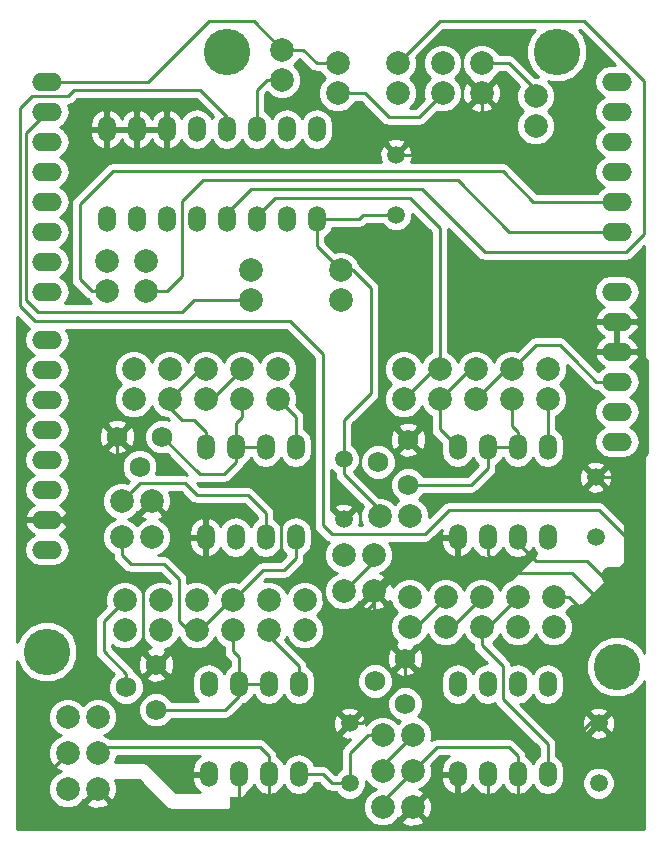
<source format=gbl>
G04 #@! TF.FileFunction,Copper,L2,Bot,Signal*
%FSLAX46Y46*%
G04 Gerber Fmt 4.6, Leading zero omitted, Abs format (unit mm)*
G04 Created by KiCad (PCBNEW 4.0.6) date 10/27/17 08:06:12*
%MOMM*%
%LPD*%
G01*
G04 APERTURE LIST*
%ADD10C,0.100000*%
%ADD11C,1.501140*%
%ADD12C,1.998980*%
%ADD13O,2.540000X1.524000*%
%ADD14C,3.937000*%
%ADD15O,1.501140X2.199640*%
%ADD16C,1.750060*%
%ADD17R,1.524000X2.199640*%
%ADD18O,1.524000X2.199640*%
%ADD19R,2.199640X1.524000*%
%ADD20O,2.199640X1.524000*%
%ADD21C,0.250000*%
%ADD22C,0.254000*%
G04 APERTURE END LIST*
D10*
D11*
X84836000Y-135890000D03*
X84836000Y-130810000D03*
X105918000Y-135890000D03*
X105918000Y-130810000D03*
X84328000Y-108458000D03*
X84328000Y-113538000D03*
X105664000Y-115062000D03*
X105664000Y-109982000D03*
X88773000Y-87757000D03*
X88773000Y-82677000D03*
D12*
X83820000Y-77470000D03*
X83820000Y-74930000D03*
X88900000Y-77470000D03*
X88900000Y-74930000D03*
X65786000Y-120396000D03*
X65786000Y-122936000D03*
X89916000Y-120142000D03*
X89916000Y-122682000D03*
X68834000Y-120396000D03*
X68834000Y-122936000D03*
X92964000Y-120142000D03*
X92964000Y-122682000D03*
X74930000Y-120396000D03*
X74930000Y-122936000D03*
X99060000Y-120142000D03*
X99060000Y-122682000D03*
X77978000Y-120396000D03*
X77978000Y-122936000D03*
X102108000Y-120142000D03*
X102108000Y-122682000D03*
X71882000Y-120396000D03*
X71882000Y-122936000D03*
X96012000Y-120142000D03*
X96012000Y-122682000D03*
X60960000Y-133350000D03*
X63500000Y-133350000D03*
X60960000Y-136398000D03*
X63500000Y-136398000D03*
X87630000Y-134874000D03*
X90170000Y-134874000D03*
X87630000Y-137922000D03*
X90170000Y-137922000D03*
X60960000Y-130302000D03*
X63500000Y-130302000D03*
X87630000Y-131826000D03*
X90170000Y-131826000D03*
X66548000Y-100838000D03*
X66548000Y-103378000D03*
X89408000Y-100838000D03*
X89408000Y-103378000D03*
X69596000Y-100838000D03*
X69596000Y-103378000D03*
X92456000Y-100838000D03*
X92456000Y-103378000D03*
X75692000Y-100838000D03*
X75692000Y-103378000D03*
X98552000Y-100838000D03*
X98552000Y-103378000D03*
X78740000Y-100838000D03*
X78740000Y-103378000D03*
X101600000Y-100838000D03*
X101600000Y-103378000D03*
X72644000Y-100838000D03*
X72644000Y-103378000D03*
X95504000Y-100838000D03*
X95504000Y-103378000D03*
X81026000Y-120396000D03*
X81026000Y-122936000D03*
X65532000Y-112014000D03*
X68072000Y-112014000D03*
X84328000Y-116586000D03*
X86868000Y-116586000D03*
X84328000Y-119634000D03*
X86868000Y-119634000D03*
X65532000Y-115062000D03*
X68072000Y-115062000D03*
X87376000Y-113284000D03*
X89916000Y-113284000D03*
X96012000Y-74930000D03*
X96012000Y-77470000D03*
X67564000Y-91694000D03*
X67564000Y-94234000D03*
X64262000Y-91694000D03*
X64262000Y-94234000D03*
X79121000Y-76327000D03*
X79121000Y-73787000D03*
X92710000Y-74930000D03*
X92710000Y-77470000D03*
X76454000Y-92456000D03*
X76454000Y-94996000D03*
X84074000Y-92456000D03*
X84074000Y-94996000D03*
D13*
X107460000Y-76500000D03*
X107460000Y-79040000D03*
X107460000Y-81580000D03*
X107460000Y-89200000D03*
X107460000Y-86660000D03*
X107460000Y-84120000D03*
X107460000Y-94280000D03*
X107460000Y-96820000D03*
X107460000Y-99360000D03*
X107460000Y-104440000D03*
X107460000Y-106980000D03*
X59200000Y-76500000D03*
X59200000Y-79040000D03*
X59200000Y-81580000D03*
X59200000Y-84120000D03*
X59200000Y-86660000D03*
X59200000Y-89200000D03*
X59200000Y-91740000D03*
X59200000Y-94280000D03*
X59200000Y-98344000D03*
X59200000Y-100884000D03*
X59200000Y-103424000D03*
X59200000Y-105964000D03*
X59200000Y-108504000D03*
X59200000Y-111044000D03*
X59200000Y-113584000D03*
X59200000Y-116124000D03*
X107460000Y-101900000D03*
D14*
X102380000Y-73960000D03*
X74440000Y-73960000D03*
X59200000Y-124760000D03*
X107460000Y-126030000D03*
D15*
X80518000Y-127508000D03*
X77978000Y-127508000D03*
X75438000Y-127508000D03*
X72898000Y-127508000D03*
X72898000Y-135128000D03*
X75438000Y-135128000D03*
X77978000Y-135128000D03*
X80518000Y-135128000D03*
X101600000Y-127508000D03*
X99060000Y-127508000D03*
X96520000Y-127508000D03*
X93980000Y-127508000D03*
X93980000Y-135128000D03*
X96520000Y-135128000D03*
X99060000Y-135128000D03*
X101600000Y-135128000D03*
X80264000Y-107442000D03*
X77724000Y-107442000D03*
X75184000Y-107442000D03*
X72644000Y-107442000D03*
X72644000Y-115062000D03*
X75184000Y-115062000D03*
X77724000Y-115062000D03*
X80264000Y-115062000D03*
X101600000Y-107442000D03*
X99060000Y-107442000D03*
X96520000Y-107442000D03*
X93980000Y-107442000D03*
X93980000Y-115062000D03*
X96520000Y-115062000D03*
X99060000Y-115062000D03*
X101600000Y-115062000D03*
X82042000Y-80518000D03*
X79502000Y-80518000D03*
X76962000Y-80518000D03*
X74422000Y-80518000D03*
X71882000Y-80518000D03*
X69342000Y-80518000D03*
X66802000Y-80518000D03*
X64262000Y-80518000D03*
X64262000Y-88138000D03*
X66802000Y-88138000D03*
X69342000Y-88138000D03*
X71882000Y-88138000D03*
X74422000Y-88138000D03*
X76962000Y-88138000D03*
X79502000Y-88138000D03*
X82042000Y-88138000D03*
D12*
X100584000Y-80264000D03*
X100584000Y-77724000D03*
D16*
X68453000Y-125857000D03*
X65913000Y-127762000D03*
X68453000Y-129667000D03*
X89535000Y-125349000D03*
X86995000Y-127254000D03*
X89535000Y-129159000D03*
X65151000Y-106553000D03*
X67056000Y-109093000D03*
X68961000Y-106553000D03*
X89789000Y-106807000D03*
X87249000Y-108712000D03*
X89789000Y-110617000D03*
D17*
X75438000Y-138176000D03*
D18*
X77978000Y-138176000D03*
D17*
X96520000Y-138176000D03*
D18*
X99060000Y-138176000D03*
D19*
X62230000Y-121412000D03*
D20*
X62230000Y-118872000D03*
D19*
X107188000Y-120904000D03*
D20*
X107188000Y-118364000D03*
D21*
X96012000Y-122682000D02*
X96012000Y-124206000D01*
X101600000Y-132588000D02*
X101600000Y-135128000D01*
X97790000Y-128778000D02*
X101600000Y-132588000D01*
X97790000Y-125984000D02*
X97790000Y-128778000D01*
X96012000Y-124206000D02*
X97790000Y-125984000D01*
X87630000Y-131826000D02*
X86360000Y-131826000D01*
X84836000Y-133350000D02*
X84836000Y-135890000D01*
X86360000Y-131826000D02*
X84836000Y-133350000D01*
X84836000Y-135890000D02*
X83312000Y-135890000D01*
X82550000Y-135128000D02*
X80518000Y-135128000D01*
X83312000Y-135890000D02*
X82550000Y-135128000D01*
X96012000Y-122682000D02*
X96520000Y-122682000D01*
X96520000Y-122682000D02*
X99060000Y-120142000D01*
X80264000Y-115062000D02*
X80264000Y-116840000D01*
X80264000Y-116840000D02*
X79248000Y-117856000D01*
X79248000Y-117856000D02*
X77470000Y-117856000D01*
X77470000Y-117856000D02*
X74930000Y-120396000D01*
X74930000Y-120396000D02*
X74676000Y-120396000D01*
X74676000Y-120396000D02*
X72136000Y-122936000D01*
X72136000Y-122936000D02*
X71882000Y-122936000D01*
X65532000Y-115062000D02*
X65532000Y-116586000D01*
X70358000Y-122174000D02*
X71120000Y-122936000D01*
X70358000Y-118618000D02*
X70358000Y-122174000D01*
X69088000Y-117348000D02*
X70358000Y-118618000D01*
X66294000Y-117348000D02*
X69088000Y-117348000D01*
X65532000Y-116586000D02*
X66294000Y-117348000D01*
X71120000Y-122936000D02*
X71882000Y-122936000D01*
X87376000Y-113284000D02*
X87376000Y-112776000D01*
X87376000Y-112776000D02*
X84328000Y-109728000D01*
X84328000Y-109728000D02*
X84328000Y-108458000D01*
X84074000Y-92456000D02*
X85090000Y-92456000D01*
X85090000Y-92456000D02*
X86614000Y-93980000D01*
X86614000Y-93980000D02*
X86614000Y-102870000D01*
X86614000Y-102870000D02*
X84328000Y-105156000D01*
X84328000Y-105156000D02*
X84328000Y-108458000D01*
X107460000Y-101900000D02*
X105710000Y-101900000D01*
X100584000Y-98806000D02*
X98552000Y-100838000D01*
X102616000Y-98806000D02*
X100584000Y-98806000D01*
X103886000Y-100076000D02*
X102616000Y-98806000D01*
X105710000Y-101900000D02*
X103886000Y-100076000D01*
X98552000Y-100838000D02*
X98044000Y-100838000D01*
X98044000Y-100838000D02*
X95504000Y-103378000D01*
X88773000Y-87757000D02*
X85979000Y-87757000D01*
X85598000Y-88138000D02*
X82042000Y-88138000D01*
X85979000Y-87757000D02*
X85598000Y-88138000D01*
X82042000Y-88138000D02*
X82042000Y-90424000D01*
X82042000Y-90424000D02*
X84074000Y-92456000D01*
X72644000Y-103378000D02*
X73152000Y-103378000D01*
X73152000Y-103378000D02*
X75692000Y-100838000D01*
X103632000Y-132334000D02*
X103632000Y-135890000D01*
X105156000Y-130810000D02*
X103632000Y-132334000D01*
X105918000Y-130810000D02*
X105156000Y-130810000D01*
X93980000Y-138430000D02*
X93980000Y-135128000D01*
X95250000Y-139700000D02*
X93980000Y-138430000D01*
X99822000Y-139700000D02*
X95250000Y-139700000D01*
X103632000Y-135890000D02*
X99822000Y-139700000D01*
X89535000Y-125349000D02*
X89281000Y-125349000D01*
X89281000Y-125349000D02*
X86868000Y-122936000D01*
X86868000Y-122936000D02*
X86868000Y-119634000D01*
X84836000Y-130810000D02*
X85852000Y-130810000D01*
X89535000Y-127127000D02*
X89535000Y-125349000D01*
X85852000Y-130810000D02*
X89535000Y-127127000D01*
X59200000Y-113584000D02*
X60498000Y-113584000D01*
X67310000Y-124714000D02*
X68453000Y-125857000D01*
X67310000Y-119126000D02*
X67310000Y-124714000D01*
X66548000Y-118364000D02*
X67310000Y-119126000D01*
X65278000Y-118364000D02*
X66548000Y-118364000D01*
X60498000Y-113584000D02*
X65278000Y-118364000D01*
X72644000Y-115062000D02*
X72644000Y-116840000D01*
X86868000Y-120650000D02*
X86868000Y-119634000D01*
X85852000Y-121666000D02*
X86868000Y-120650000D01*
X83820000Y-121666000D02*
X85852000Y-121666000D01*
X82550000Y-120396000D02*
X83820000Y-121666000D01*
X82550000Y-118110000D02*
X82550000Y-120396000D01*
X81788000Y-117348000D02*
X82550000Y-118110000D01*
X81788000Y-114046000D02*
X81788000Y-117348000D01*
X81026000Y-113284000D02*
X81788000Y-114046000D01*
X79502000Y-113284000D02*
X81026000Y-113284000D01*
X78994000Y-113792000D02*
X79502000Y-113284000D01*
X78994000Y-116078000D02*
X78994000Y-113792000D01*
X77978000Y-117094000D02*
X78994000Y-116078000D01*
X72898000Y-117094000D02*
X77978000Y-117094000D01*
X72644000Y-116840000D02*
X72898000Y-117094000D01*
X93980000Y-115062000D02*
X91948000Y-115062000D01*
X91948000Y-115062000D02*
X87376000Y-119634000D01*
X59200000Y-113584000D02*
X60406000Y-113584000D01*
X60406000Y-113584000D02*
X65151000Y-108839000D01*
X65151000Y-108839000D02*
X65151000Y-106553000D01*
X88773000Y-82677000D02*
X92329000Y-82677000D01*
X96012000Y-78994000D02*
X96012000Y-77470000D01*
X92329000Y-82677000D02*
X96012000Y-78994000D01*
X107460000Y-96820000D02*
X107460000Y-99360000D01*
X107460000Y-99360000D02*
X109266000Y-99360000D01*
X109266000Y-99360000D02*
X109982000Y-100076000D01*
X109982000Y-100076000D02*
X109982000Y-107950000D01*
X109982000Y-107950000D02*
X107950000Y-109982000D01*
X107950000Y-109982000D02*
X105664000Y-109982000D01*
X100584000Y-77724000D02*
X100584000Y-77216000D01*
X100584000Y-77216000D02*
X98298000Y-74930000D01*
X98298000Y-74930000D02*
X96012000Y-74930000D01*
X83820000Y-77470000D02*
X86106000Y-77470000D01*
X90678000Y-79502000D02*
X92710000Y-77470000D01*
X88138000Y-79502000D02*
X90678000Y-79502000D01*
X86106000Y-77470000D02*
X88138000Y-79502000D01*
X83820000Y-74930000D02*
X82042000Y-74930000D01*
X80899000Y-73787000D02*
X79121000Y-73787000D01*
X82042000Y-74930000D02*
X80899000Y-73787000D01*
X59200000Y-76500000D02*
X67772000Y-76500000D01*
X76708000Y-71374000D02*
X79121000Y-73787000D01*
X72898000Y-71374000D02*
X76708000Y-71374000D01*
X67772000Y-76500000D02*
X72898000Y-71374000D01*
X74422000Y-88138000D02*
X74422000Y-87630000D01*
X74422000Y-87630000D02*
X76454000Y-85598000D01*
X92456000Y-71374000D02*
X88900000Y-74930000D01*
X104648000Y-71374000D02*
X92456000Y-71374000D01*
X109728000Y-76454000D02*
X104648000Y-71374000D01*
X109728000Y-89408000D02*
X109728000Y-76454000D01*
X108204000Y-90932000D02*
X109728000Y-89408000D01*
X96266000Y-90932000D02*
X108204000Y-90932000D01*
X90932000Y-85598000D02*
X96266000Y-90932000D01*
X76454000Y-85598000D02*
X90932000Y-85598000D01*
X65913000Y-127762000D02*
X65913000Y-126619000D01*
X64008000Y-122174000D02*
X65786000Y-120396000D01*
X64008000Y-124714000D02*
X64008000Y-122174000D01*
X65913000Y-126619000D02*
X64008000Y-124714000D01*
X89916000Y-122682000D02*
X90424000Y-122682000D01*
X90424000Y-122682000D02*
X92964000Y-120142000D01*
X92964000Y-122682000D02*
X93472000Y-122682000D01*
X93472000Y-122682000D02*
X96012000Y-120142000D01*
X80518000Y-127508000D02*
X80518000Y-125984000D01*
X80518000Y-125984000D02*
X77978000Y-123444000D01*
X77978000Y-123444000D02*
X77978000Y-122936000D01*
X105918000Y-112776000D02*
X93218000Y-112776000D01*
X109220000Y-116078000D02*
X105918000Y-112776000D01*
X109220000Y-121666000D02*
X109220000Y-116078000D01*
X108458000Y-122428000D02*
X109220000Y-121666000D01*
X105664000Y-122428000D02*
X108458000Y-122428000D01*
X103378000Y-120142000D02*
X105664000Y-122428000D01*
X102108000Y-120142000D02*
X103378000Y-120142000D01*
X74422000Y-79502000D02*
X72136000Y-77216000D01*
X79756000Y-96774000D02*
X82550000Y-99568000D01*
X82550000Y-99568000D02*
X82550000Y-114046000D01*
X82550000Y-114046000D02*
X83312000Y-114808000D01*
X83312000Y-114808000D02*
X87884000Y-114808000D01*
X91186000Y-114808000D02*
X93218000Y-112776000D01*
X87884000Y-114808000D02*
X91186000Y-114808000D01*
X72136000Y-77216000D02*
X61468000Y-77216000D01*
X61468000Y-77216000D02*
X60960000Y-77724000D01*
X60960000Y-77724000D02*
X57912000Y-77724000D01*
X57912000Y-77724000D02*
X56896000Y-78740000D01*
X56896000Y-78740000D02*
X56896000Y-95504000D01*
X56896000Y-95504000D02*
X58166000Y-96774000D01*
X58166000Y-96774000D02*
X79756000Y-96774000D01*
X74422000Y-80518000D02*
X74422000Y-79502000D01*
X76962000Y-88138000D02*
X76962000Y-87884000D01*
X76962000Y-87884000D02*
X78486000Y-86360000D01*
X92456000Y-88900000D02*
X92456000Y-100838000D01*
X89916000Y-86360000D02*
X92456000Y-88900000D01*
X78486000Y-86360000D02*
X89916000Y-86360000D01*
X92456000Y-100838000D02*
X91948000Y-100838000D01*
X91948000Y-100838000D02*
X89408000Y-103378000D01*
X76962000Y-88138000D02*
X76962000Y-88646000D01*
X88900000Y-103378000D02*
X89408000Y-103378000D01*
X72644000Y-100838000D02*
X72136000Y-100838000D01*
X72136000Y-100838000D02*
X69596000Y-103378000D01*
X72644000Y-107442000D02*
X72644000Y-106172000D01*
X70612000Y-105156000D02*
X69596000Y-104140000D01*
X71628000Y-105156000D02*
X70612000Y-105156000D01*
X72644000Y-106172000D02*
X71628000Y-105156000D01*
X69596000Y-104140000D02*
X69596000Y-103378000D01*
X93980000Y-107442000D02*
X92456000Y-105918000D01*
X92456000Y-105918000D02*
X92456000Y-103378000D01*
X95504000Y-100838000D02*
X94996000Y-100838000D01*
X94996000Y-100838000D02*
X92456000Y-103378000D01*
X80264000Y-107442000D02*
X80264000Y-104902000D01*
X80264000Y-104902000D02*
X78740000Y-103378000D01*
X101600000Y-103378000D02*
X101600000Y-107442000D01*
X107460000Y-89200000D02*
X98344000Y-89200000D01*
X69342000Y-94234000D02*
X67564000Y-94234000D01*
X70612000Y-92964000D02*
X69342000Y-94234000D01*
X70612000Y-86614000D02*
X70612000Y-92964000D01*
X72390000Y-84836000D02*
X70612000Y-86614000D01*
X93980000Y-84836000D02*
X72390000Y-84836000D01*
X98344000Y-89200000D02*
X93980000Y-84836000D01*
X64770000Y-84074000D02*
X97790000Y-84074000D01*
X62992000Y-94234000D02*
X61976000Y-93218000D01*
X61976000Y-93218000D02*
X61976000Y-86868000D01*
X61976000Y-86868000D02*
X64770000Y-84074000D01*
X107460000Y-86660000D02*
X100376000Y-86660000D01*
X100376000Y-86660000D02*
X97790000Y-84074000D01*
X62992000Y-94234000D02*
X64262000Y-94234000D01*
X79121000Y-76327000D02*
X77851000Y-76327000D01*
X76962000Y-77216000D02*
X76962000Y-80518000D01*
X77851000Y-76327000D02*
X76962000Y-77216000D01*
X76454000Y-94996000D02*
X71628000Y-94996000D01*
X57404000Y-80836000D02*
X59200000Y-79040000D01*
X57404000Y-94996000D02*
X57404000Y-80836000D01*
X58420000Y-96012000D02*
X57404000Y-94996000D01*
X70612000Y-96012000D02*
X58420000Y-96012000D01*
X71628000Y-94996000D02*
X70612000Y-96012000D01*
X68453000Y-129667000D02*
X74295000Y-129667000D01*
X74295000Y-129667000D02*
X75438000Y-128524000D01*
X75438000Y-128524000D02*
X75438000Y-127508000D01*
X74930000Y-122936000D02*
X74930000Y-124714000D01*
X75438000Y-125222000D02*
X75438000Y-127508000D01*
X74930000Y-124714000D02*
X75438000Y-125222000D01*
X75438000Y-127508000D02*
X77978000Y-127508000D01*
X75184000Y-107442000D02*
X75184000Y-108712000D01*
X72136000Y-109728000D02*
X68961000Y-106553000D01*
X74168000Y-109728000D02*
X72136000Y-109728000D01*
X75184000Y-108712000D02*
X74168000Y-109728000D01*
X75692000Y-103378000D02*
X75692000Y-104902000D01*
X75184000Y-105410000D02*
X75184000Y-107442000D01*
X75692000Y-104902000D02*
X75184000Y-105410000D01*
X77724000Y-107442000D02*
X75184000Y-107442000D01*
X89789000Y-110617000D02*
X95123000Y-110617000D01*
X96520000Y-109220000D02*
X96520000Y-107442000D01*
X95123000Y-110617000D02*
X96520000Y-109220000D01*
X96520000Y-107442000D02*
X99060000Y-107442000D01*
X98552000Y-103378000D02*
X98552000Y-105664000D01*
X99060000Y-106172000D02*
X99060000Y-107442000D01*
X98552000Y-105664000D02*
X99060000Y-106172000D01*
X75438000Y-138176000D02*
X60198000Y-138176000D01*
X58928000Y-135382000D02*
X60960000Y-133350000D01*
X58928000Y-136906000D02*
X58928000Y-135382000D01*
X60198000Y-138176000D02*
X58928000Y-136906000D01*
X75438000Y-135128000D02*
X75438000Y-138176000D01*
X77978000Y-135128000D02*
X77978000Y-138176000D01*
X77978000Y-135128000D02*
X77978000Y-133604000D01*
X77216000Y-132842000D02*
X64008000Y-132842000D01*
X77978000Y-133604000D02*
X77216000Y-132842000D01*
X64008000Y-132842000D02*
X63500000Y-133350000D01*
X96520000Y-135128000D02*
X96520000Y-138176000D01*
X87630000Y-134874000D02*
X87630000Y-134366000D01*
X87630000Y-134366000D02*
X90170000Y-131826000D01*
X99060000Y-135128000D02*
X99060000Y-138176000D01*
X99060000Y-135128000D02*
X99060000Y-133604000D01*
X92202000Y-132842000D02*
X90170000Y-134874000D01*
X98298000Y-132842000D02*
X92202000Y-132842000D01*
X99060000Y-133604000D02*
X98298000Y-132842000D01*
X87630000Y-137922000D02*
X87630000Y-137414000D01*
X87630000Y-137414000D02*
X90170000Y-134874000D01*
X65532000Y-112014000D02*
X67056000Y-110490000D01*
X77724000Y-113030000D02*
X77724000Y-115062000D01*
X76200000Y-111506000D02*
X77724000Y-113030000D01*
X71882000Y-111506000D02*
X76200000Y-111506000D01*
X70866000Y-110490000D02*
X71882000Y-111506000D01*
X69342000Y-110490000D02*
X70866000Y-110490000D01*
X67056000Y-110490000D02*
X69342000Y-110490000D01*
X107188000Y-120904000D02*
X106426000Y-120904000D01*
X106426000Y-120904000D02*
X103632000Y-118110000D01*
X103632000Y-118110000D02*
X98044000Y-118110000D01*
X98044000Y-118110000D02*
X96520000Y-116586000D01*
X96520000Y-116586000D02*
X96520000Y-115062000D01*
X107188000Y-118364000D02*
X106172000Y-118364000D01*
X106172000Y-118364000D02*
X104902000Y-117094000D01*
X104902000Y-117094000D02*
X100584000Y-117094000D01*
X100584000Y-117094000D02*
X99060000Y-115570000D01*
X99060000Y-115570000D02*
X99060000Y-115062000D01*
X86868000Y-116586000D02*
X86868000Y-117094000D01*
X86868000Y-117094000D02*
X84328000Y-119634000D01*
D22*
G36*
X95728599Y-91469401D02*
X95975161Y-91634148D01*
X96266000Y-91692000D01*
X108204000Y-91692000D01*
X108494839Y-91634148D01*
X108741401Y-91469401D01*
X109790000Y-90420802D01*
X109790000Y-124851391D01*
X109668427Y-124557162D01*
X108936690Y-123824147D01*
X107980140Y-123426953D01*
X106944404Y-123426049D01*
X105987162Y-123821573D01*
X105254147Y-124553310D01*
X104856953Y-125509860D01*
X104856049Y-126545596D01*
X105251573Y-127502838D01*
X105983310Y-128235853D01*
X106939860Y-128633047D01*
X107975596Y-128633951D01*
X108932838Y-128238427D01*
X109665853Y-127506690D01*
X109790000Y-127207711D01*
X109790000Y-139790000D01*
X56710000Y-139790000D01*
X56710000Y-125551379D01*
X56991573Y-126232838D01*
X57723310Y-126965853D01*
X58679860Y-127363047D01*
X59715596Y-127363951D01*
X60672838Y-126968427D01*
X61405853Y-126236690D01*
X61803047Y-125280140D01*
X61803951Y-124244404D01*
X61408427Y-123287162D01*
X60676690Y-122554147D01*
X59761194Y-122174000D01*
X63248000Y-122174000D01*
X63248000Y-124714000D01*
X63305852Y-125004839D01*
X63470599Y-125251401D01*
X64879376Y-126660178D01*
X64633606Y-126905520D01*
X64403233Y-127460319D01*
X64402709Y-128061046D01*
X64632113Y-128616246D01*
X65056520Y-129041394D01*
X65611319Y-129271767D01*
X66212046Y-129272291D01*
X66767246Y-129042887D01*
X67192394Y-128618480D01*
X67422767Y-128063681D01*
X67423291Y-127462954D01*
X67198568Y-126919081D01*
X67570524Y-126919081D01*
X67653868Y-127172977D01*
X68218300Y-127378619D01*
X68818464Y-127352609D01*
X69252132Y-127172977D01*
X69335476Y-126919081D01*
X68453000Y-126036605D01*
X67570524Y-126919081D01*
X67198568Y-126919081D01*
X67193887Y-126907754D01*
X66769480Y-126482606D01*
X66634740Y-126426657D01*
X66615148Y-126328161D01*
X66450401Y-126081599D01*
X65991102Y-125622300D01*
X66931381Y-125622300D01*
X66957391Y-126222464D01*
X67137023Y-126656132D01*
X67390919Y-126739476D01*
X68273395Y-125857000D01*
X68632605Y-125857000D01*
X69515081Y-126739476D01*
X69768977Y-126656132D01*
X69974619Y-126091700D01*
X69948609Y-125491536D01*
X69768977Y-125057868D01*
X69515081Y-124974524D01*
X68632605Y-125857000D01*
X68273395Y-125857000D01*
X67390919Y-124974524D01*
X67137023Y-125057868D01*
X66931381Y-125622300D01*
X65991102Y-125622300D01*
X64768000Y-124399198D01*
X64768000Y-124229760D01*
X64858927Y-124320846D01*
X65459453Y-124570206D01*
X66109694Y-124570774D01*
X66710655Y-124322462D01*
X67170846Y-123863073D01*
X67310034Y-123527870D01*
X67447538Y-123860655D01*
X67906927Y-124320846D01*
X68046002Y-124378595D01*
X67653868Y-124541023D01*
X67570524Y-124794919D01*
X68453000Y-125677395D01*
X69335476Y-124794919D01*
X69252132Y-124541023D01*
X69240210Y-124536679D01*
X69758655Y-124322462D01*
X70218846Y-123863073D01*
X70358034Y-123527870D01*
X70495538Y-123860655D01*
X70954927Y-124320846D01*
X71555453Y-124570206D01*
X72205694Y-124570774D01*
X72806655Y-124322462D01*
X73266846Y-123863073D01*
X73406034Y-123527870D01*
X73543538Y-123860655D01*
X74002927Y-124320846D01*
X74170000Y-124390221D01*
X74170000Y-124714000D01*
X74227852Y-125004839D01*
X74392599Y-125251401D01*
X74678000Y-125536802D01*
X74678000Y-125998187D01*
X74458254Y-126145017D01*
X74168000Y-126579412D01*
X73877746Y-126145017D01*
X73428235Y-125844663D01*
X72898000Y-125739193D01*
X72367765Y-125844663D01*
X71918254Y-126145017D01*
X71617900Y-126594528D01*
X71512430Y-127124763D01*
X71512430Y-127891237D01*
X71617900Y-128421472D01*
X71918254Y-128870983D01*
X71972157Y-128907000D01*
X69772829Y-128907000D01*
X69733887Y-128812754D01*
X69309480Y-128387606D01*
X68754681Y-128157233D01*
X68153954Y-128156709D01*
X67598754Y-128386113D01*
X67173606Y-128810520D01*
X66943233Y-129365319D01*
X66942709Y-129966046D01*
X67172113Y-130521246D01*
X67596520Y-130946394D01*
X68151319Y-131176767D01*
X68752046Y-131177291D01*
X69307246Y-130947887D01*
X69650697Y-130605034D01*
X83438233Y-130605034D01*
X83466195Y-131155538D01*
X83623069Y-131534265D01*
X83864070Y-131602325D01*
X84656395Y-130810000D01*
X83864070Y-130017675D01*
X83623069Y-130085735D01*
X83438233Y-130605034D01*
X69650697Y-130605034D01*
X69732394Y-130523480D01*
X69772456Y-130427000D01*
X74295000Y-130427000D01*
X74585839Y-130369148D01*
X74832401Y-130204401D01*
X75198732Y-129838070D01*
X84043675Y-129838070D01*
X84836000Y-130630395D01*
X85628325Y-129838070D01*
X85560265Y-129597069D01*
X85040966Y-129412233D01*
X84490462Y-129440195D01*
X84111735Y-129597069D01*
X84043675Y-129838070D01*
X75198732Y-129838070D01*
X75839947Y-129196855D01*
X75968235Y-129171337D01*
X76417746Y-128870983D01*
X76708000Y-128436588D01*
X76998254Y-128870983D01*
X77447765Y-129171337D01*
X77978000Y-129276807D01*
X78508235Y-129171337D01*
X78957746Y-128870983D01*
X79248000Y-128436588D01*
X79538254Y-128870983D01*
X79987765Y-129171337D01*
X80518000Y-129276807D01*
X81048235Y-129171337D01*
X81497746Y-128870983D01*
X81798100Y-128421472D01*
X81903570Y-127891237D01*
X81903570Y-127553046D01*
X85484709Y-127553046D01*
X85714113Y-128108246D01*
X86138520Y-128533394D01*
X86693319Y-128763767D01*
X87294046Y-128764291D01*
X87849246Y-128534887D01*
X88274394Y-128110480D01*
X88504767Y-127555681D01*
X88505291Y-126954954D01*
X88280568Y-126411081D01*
X88652524Y-126411081D01*
X88735868Y-126664977D01*
X89300300Y-126870619D01*
X89900464Y-126844609D01*
X90334132Y-126664977D01*
X90417476Y-126411081D01*
X89535000Y-125528605D01*
X88652524Y-126411081D01*
X88280568Y-126411081D01*
X88275887Y-126399754D01*
X87851480Y-125974606D01*
X87296681Y-125744233D01*
X86695954Y-125743709D01*
X86140754Y-125973113D01*
X85715606Y-126397520D01*
X85485233Y-126952319D01*
X85484709Y-127553046D01*
X81903570Y-127553046D01*
X81903570Y-127124763D01*
X81798100Y-126594528D01*
X81497746Y-126145017D01*
X81278000Y-125998187D01*
X81278000Y-125984000D01*
X81229304Y-125739193D01*
X81220148Y-125693160D01*
X81055401Y-125446599D01*
X80723102Y-125114300D01*
X88013381Y-125114300D01*
X88039391Y-125714464D01*
X88219023Y-126148132D01*
X88472919Y-126231476D01*
X89355395Y-125349000D01*
X89714605Y-125349000D01*
X90597081Y-126231476D01*
X90850977Y-126148132D01*
X91056619Y-125583700D01*
X91030609Y-124983536D01*
X90850977Y-124549868D01*
X90597081Y-124466524D01*
X89714605Y-125349000D01*
X89355395Y-125349000D01*
X88472919Y-124466524D01*
X88219023Y-124549868D01*
X88013381Y-125114300D01*
X80723102Y-125114300D01*
X79394836Y-123786034D01*
X79502034Y-123527870D01*
X79639538Y-123860655D01*
X80098927Y-124320846D01*
X80699453Y-124570206D01*
X81349694Y-124570774D01*
X81950655Y-124322462D01*
X82410846Y-123863073D01*
X82660206Y-123262547D01*
X82660774Y-122612306D01*
X82412462Y-122011345D01*
X82067520Y-121665801D01*
X82410846Y-121323073D01*
X82660206Y-120722547D01*
X82660774Y-120072306D01*
X82412462Y-119471345D01*
X81953073Y-119011154D01*
X81352547Y-118761794D01*
X80702306Y-118761226D01*
X80101345Y-119009538D01*
X79641154Y-119468927D01*
X79501966Y-119804130D01*
X79364462Y-119471345D01*
X78905073Y-119011154D01*
X78304547Y-118761794D01*
X77654306Y-118761226D01*
X77629204Y-118771598D01*
X77784802Y-118616000D01*
X79248000Y-118616000D01*
X79538839Y-118558148D01*
X79785401Y-118393401D01*
X80801401Y-117377401D01*
X80966148Y-117130839D01*
X81024000Y-116840000D01*
X81024000Y-116571813D01*
X81243746Y-116424983D01*
X81544100Y-115975472D01*
X81649570Y-115445237D01*
X81649570Y-114678763D01*
X81544100Y-114148528D01*
X81243746Y-113699017D01*
X80794235Y-113398663D01*
X80264000Y-113293193D01*
X79733765Y-113398663D01*
X79284254Y-113699017D01*
X78994000Y-114133412D01*
X78703746Y-113699017D01*
X78484000Y-113552187D01*
X78484000Y-113030000D01*
X78426148Y-112739161D01*
X78426148Y-112739160D01*
X78261401Y-112492599D01*
X76737401Y-110968599D01*
X76490839Y-110803852D01*
X76200000Y-110746000D01*
X72196802Y-110746000D01*
X71889837Y-110439035D01*
X72136000Y-110488000D01*
X74168000Y-110488000D01*
X74458839Y-110430148D01*
X74705401Y-110265401D01*
X75721401Y-109249401D01*
X75886148Y-109002839D01*
X75888986Y-108988572D01*
X76163746Y-108804983D01*
X76454000Y-108370588D01*
X76744254Y-108804983D01*
X77193765Y-109105337D01*
X77724000Y-109210807D01*
X78254235Y-109105337D01*
X78703746Y-108804983D01*
X78994000Y-108370588D01*
X79284254Y-108804983D01*
X79733765Y-109105337D01*
X80264000Y-109210807D01*
X80794235Y-109105337D01*
X81243746Y-108804983D01*
X81544100Y-108355472D01*
X81649570Y-107825237D01*
X81649570Y-107058763D01*
X81544100Y-106528528D01*
X81243746Y-106079017D01*
X81024000Y-105932187D01*
X81024000Y-104902000D01*
X80966148Y-104611161D01*
X80966148Y-104611160D01*
X80801401Y-104364599D01*
X80305885Y-103869083D01*
X80374206Y-103704547D01*
X80374774Y-103054306D01*
X80126462Y-102453345D01*
X79781520Y-102107801D01*
X80124846Y-101765073D01*
X80374206Y-101164547D01*
X80374774Y-100514306D01*
X80126462Y-99913345D01*
X79667073Y-99453154D01*
X79066547Y-99203794D01*
X78416306Y-99203226D01*
X77815345Y-99451538D01*
X77355154Y-99910927D01*
X77215966Y-100246130D01*
X77078462Y-99913345D01*
X76619073Y-99453154D01*
X76018547Y-99203794D01*
X75368306Y-99203226D01*
X74767345Y-99451538D01*
X74307154Y-99910927D01*
X74167966Y-100246130D01*
X74030462Y-99913345D01*
X73571073Y-99453154D01*
X72970547Y-99203794D01*
X72320306Y-99203226D01*
X71719345Y-99451538D01*
X71259154Y-99910927D01*
X71119966Y-100246130D01*
X70982462Y-99913345D01*
X70523073Y-99453154D01*
X69922547Y-99203794D01*
X69272306Y-99203226D01*
X68671345Y-99451538D01*
X68211154Y-99910927D01*
X68071966Y-100246130D01*
X67934462Y-99913345D01*
X67475073Y-99453154D01*
X66874547Y-99203794D01*
X66224306Y-99203226D01*
X65623345Y-99451538D01*
X65163154Y-99910927D01*
X64913794Y-100511453D01*
X64913226Y-101161694D01*
X65161538Y-101762655D01*
X65506480Y-102108199D01*
X65163154Y-102450927D01*
X64913794Y-103051453D01*
X64913226Y-103701694D01*
X65161538Y-104302655D01*
X65620927Y-104762846D01*
X66221453Y-105012206D01*
X66871694Y-105012774D01*
X67472655Y-104764462D01*
X67932846Y-104305073D01*
X68072034Y-103969870D01*
X68209538Y-104302655D01*
X68668927Y-104762846D01*
X69269453Y-105012206D01*
X69393512Y-105012314D01*
X69539289Y-105158091D01*
X69262681Y-105043233D01*
X68661954Y-105042709D01*
X68106754Y-105272113D01*
X67681606Y-105696520D01*
X67451233Y-106251319D01*
X67450709Y-106852046D01*
X67680113Y-107407246D01*
X68104520Y-107832394D01*
X68659319Y-108062767D01*
X69260046Y-108063291D01*
X69356596Y-108023398D01*
X71112163Y-109778965D01*
X70866000Y-109730000D01*
X68426530Y-109730000D01*
X68565767Y-109394681D01*
X68566291Y-108793954D01*
X68336887Y-108238754D01*
X67912480Y-107813606D01*
X67357681Y-107583233D01*
X66756954Y-107582709D01*
X66201754Y-107812113D01*
X65776606Y-108236520D01*
X65546233Y-108791319D01*
X65545709Y-109392046D01*
X65775113Y-109947246D01*
X66149206Y-110321992D01*
X66023083Y-110448115D01*
X65858547Y-110379794D01*
X65208306Y-110379226D01*
X64607345Y-110627538D01*
X64147154Y-111086927D01*
X63897794Y-111687453D01*
X63897226Y-112337694D01*
X64145538Y-112938655D01*
X64604927Y-113398846D01*
X64940130Y-113538034D01*
X64607345Y-113675538D01*
X64147154Y-114134927D01*
X63897794Y-114735453D01*
X63897226Y-115385694D01*
X64145538Y-115986655D01*
X64604927Y-116446846D01*
X64772000Y-116516221D01*
X64772000Y-116586000D01*
X64829852Y-116876839D01*
X64994599Y-117123401D01*
X65756599Y-117885401D01*
X66003161Y-118050148D01*
X66294000Y-118108000D01*
X68773198Y-118108000D01*
X69598000Y-118932802D01*
X69598000Y-118943440D01*
X69160547Y-118761794D01*
X68510306Y-118761226D01*
X67909345Y-119009538D01*
X67449154Y-119468927D01*
X67309966Y-119804130D01*
X67172462Y-119471345D01*
X66713073Y-119011154D01*
X66112547Y-118761794D01*
X65462306Y-118761226D01*
X64861345Y-119009538D01*
X64401154Y-119468927D01*
X64151794Y-120069453D01*
X64151226Y-120719694D01*
X64220309Y-120886889D01*
X63470599Y-121636599D01*
X63305852Y-121883161D01*
X63248000Y-122174000D01*
X59761194Y-122174000D01*
X59720140Y-122156953D01*
X58684404Y-122156049D01*
X57727162Y-122551573D01*
X56994147Y-123283310D01*
X56710000Y-123967612D01*
X56710000Y-116124000D01*
X57257679Y-116124000D01*
X57364019Y-116658609D01*
X57666851Y-117111828D01*
X58120070Y-117414660D01*
X58654679Y-117521000D01*
X59745321Y-117521000D01*
X60279930Y-117414660D01*
X60733149Y-117111828D01*
X61035981Y-116658609D01*
X61142321Y-116124000D01*
X61035981Y-115589391D01*
X60733149Y-115136172D01*
X60296887Y-114844670D01*
X60359941Y-114826059D01*
X60785630Y-114482026D01*
X61047260Y-114001277D01*
X61062220Y-113927070D01*
X60939720Y-113711000D01*
X59327000Y-113711000D01*
X59327000Y-113731000D01*
X59073000Y-113731000D01*
X59073000Y-113711000D01*
X57460280Y-113711000D01*
X57337780Y-113927070D01*
X57352740Y-114001277D01*
X57614370Y-114482026D01*
X58040059Y-114826059D01*
X58103113Y-114844670D01*
X57666851Y-115136172D01*
X57364019Y-115589391D01*
X57257679Y-116124000D01*
X56710000Y-116124000D01*
X56710000Y-96392802D01*
X57628599Y-97311401D01*
X57681227Y-97346566D01*
X57666851Y-97356172D01*
X57364019Y-97809391D01*
X57257679Y-98344000D01*
X57364019Y-98878609D01*
X57666851Y-99331828D01*
X58089150Y-99614000D01*
X57666851Y-99896172D01*
X57364019Y-100349391D01*
X57257679Y-100884000D01*
X57364019Y-101418609D01*
X57666851Y-101871828D01*
X58089150Y-102154000D01*
X57666851Y-102436172D01*
X57364019Y-102889391D01*
X57257679Y-103424000D01*
X57364019Y-103958609D01*
X57666851Y-104411828D01*
X58089150Y-104694000D01*
X57666851Y-104976172D01*
X57364019Y-105429391D01*
X57257679Y-105964000D01*
X57364019Y-106498609D01*
X57666851Y-106951828D01*
X58089150Y-107234000D01*
X57666851Y-107516172D01*
X57364019Y-107969391D01*
X57257679Y-108504000D01*
X57364019Y-109038609D01*
X57666851Y-109491828D01*
X58089150Y-109774000D01*
X57666851Y-110056172D01*
X57364019Y-110509391D01*
X57257679Y-111044000D01*
X57364019Y-111578609D01*
X57666851Y-112031828D01*
X58103113Y-112323330D01*
X58040059Y-112341941D01*
X57614370Y-112685974D01*
X57352740Y-113166723D01*
X57337780Y-113240930D01*
X57460280Y-113457000D01*
X59073000Y-113457000D01*
X59073000Y-113437000D01*
X59327000Y-113437000D01*
X59327000Y-113457000D01*
X60939720Y-113457000D01*
X61062220Y-113240930D01*
X61047260Y-113166723D01*
X60785630Y-112685974D01*
X60359941Y-112341941D01*
X60296887Y-112323330D01*
X60733149Y-112031828D01*
X61035981Y-111578609D01*
X61142321Y-111044000D01*
X61035981Y-110509391D01*
X60733149Y-110056172D01*
X60310850Y-109774000D01*
X60733149Y-109491828D01*
X61035981Y-109038609D01*
X61142321Y-108504000D01*
X61035981Y-107969391D01*
X60799239Y-107615081D01*
X64268524Y-107615081D01*
X64351868Y-107868977D01*
X64916300Y-108074619D01*
X65516464Y-108048609D01*
X65950132Y-107868977D01*
X66033476Y-107615081D01*
X65151000Y-106732605D01*
X64268524Y-107615081D01*
X60799239Y-107615081D01*
X60733149Y-107516172D01*
X60310850Y-107234000D01*
X60733149Y-106951828D01*
X61035981Y-106498609D01*
X61071846Y-106318300D01*
X63629381Y-106318300D01*
X63655391Y-106918464D01*
X63835023Y-107352132D01*
X64088919Y-107435476D01*
X64971395Y-106553000D01*
X65330605Y-106553000D01*
X66213081Y-107435476D01*
X66466977Y-107352132D01*
X66672619Y-106787700D01*
X66646609Y-106187536D01*
X66466977Y-105753868D01*
X66213081Y-105670524D01*
X65330605Y-106553000D01*
X64971395Y-106553000D01*
X64088919Y-105670524D01*
X63835023Y-105753868D01*
X63629381Y-106318300D01*
X61071846Y-106318300D01*
X61142321Y-105964000D01*
X61048220Y-105490919D01*
X64268524Y-105490919D01*
X65151000Y-106373395D01*
X66033476Y-105490919D01*
X65950132Y-105237023D01*
X65385700Y-105031381D01*
X64785536Y-105057391D01*
X64351868Y-105237023D01*
X64268524Y-105490919D01*
X61048220Y-105490919D01*
X61035981Y-105429391D01*
X60733149Y-104976172D01*
X60310850Y-104694000D01*
X60733149Y-104411828D01*
X61035981Y-103958609D01*
X61142321Y-103424000D01*
X61035981Y-102889391D01*
X60733149Y-102436172D01*
X60310850Y-102154000D01*
X60733149Y-101871828D01*
X61035981Y-101418609D01*
X61142321Y-100884000D01*
X61035981Y-100349391D01*
X60733149Y-99896172D01*
X60310850Y-99614000D01*
X60733149Y-99331828D01*
X61035981Y-98878609D01*
X61142321Y-98344000D01*
X61035981Y-97809391D01*
X60851970Y-97534000D01*
X79441198Y-97534000D01*
X81790000Y-99882802D01*
X81790000Y-114046000D01*
X81847852Y-114336839D01*
X82012599Y-114583401D01*
X82774599Y-115345401D01*
X83021161Y-115510148D01*
X83080391Y-115521930D01*
X82943154Y-115658927D01*
X82693794Y-116259453D01*
X82693226Y-116909694D01*
X82941538Y-117510655D01*
X83400927Y-117970846D01*
X83736130Y-118110034D01*
X83403345Y-118247538D01*
X82943154Y-118706927D01*
X82693794Y-119307453D01*
X82693226Y-119957694D01*
X82941538Y-120558655D01*
X83400927Y-121018846D01*
X84001453Y-121268206D01*
X84651694Y-121268774D01*
X85252655Y-121020462D01*
X85487362Y-120786163D01*
X85895443Y-120786163D01*
X85994042Y-121052965D01*
X86603582Y-121279401D01*
X87253377Y-121255341D01*
X87741958Y-121052965D01*
X87840557Y-120786163D01*
X86868000Y-119813605D01*
X85895443Y-120786163D01*
X85487362Y-120786163D01*
X85680401Y-120593461D01*
X85715837Y-120606557D01*
X86688395Y-119634000D01*
X86674252Y-119619858D01*
X86853858Y-119440252D01*
X86868000Y-119454395D01*
X87840557Y-118481837D01*
X87741958Y-118215035D01*
X87459517Y-118110112D01*
X87792655Y-117972462D01*
X88252846Y-117513073D01*
X88502206Y-116912547D01*
X88502774Y-116262306D01*
X88254462Y-115661345D01*
X88161280Y-115568000D01*
X91186000Y-115568000D01*
X91476839Y-115510148D01*
X91723401Y-115345401D01*
X91879802Y-115189000D01*
X92594430Y-115189000D01*
X92594430Y-115538250D01*
X92748501Y-116058817D01*
X93090056Y-116480798D01*
X93567097Y-116739950D01*
X93638725Y-116754133D01*
X93853000Y-116631479D01*
X93853000Y-115189000D01*
X92594430Y-115189000D01*
X91879802Y-115189000D01*
X92641252Y-114427550D01*
X92594430Y-114585750D01*
X92594430Y-114935000D01*
X93853000Y-114935000D01*
X93853000Y-114915000D01*
X94107000Y-114915000D01*
X94107000Y-114935000D01*
X94127000Y-114935000D01*
X94127000Y-115189000D01*
X94107000Y-115189000D01*
X94107000Y-116631479D01*
X94321275Y-116754133D01*
X94392903Y-116739950D01*
X94869944Y-116480798D01*
X95211499Y-116058817D01*
X95238399Y-115967928D01*
X95239900Y-115975472D01*
X95540254Y-116424983D01*
X95989765Y-116725337D01*
X96520000Y-116830807D01*
X97050235Y-116725337D01*
X97499746Y-116424983D01*
X97790000Y-115990588D01*
X98080254Y-116424983D01*
X98529765Y-116725337D01*
X99060000Y-116830807D01*
X99590235Y-116725337D01*
X100039746Y-116424983D01*
X100330000Y-115990588D01*
X100620254Y-116424983D01*
X100659795Y-116451403D01*
X98522599Y-118588599D01*
X98516204Y-118598170D01*
X98135345Y-118755538D01*
X97675154Y-119214927D01*
X97535966Y-119550130D01*
X97398462Y-119217345D01*
X96939073Y-118757154D01*
X96338547Y-118507794D01*
X95688306Y-118507226D01*
X95087345Y-118755538D01*
X94627154Y-119214927D01*
X94487966Y-119550130D01*
X94350462Y-119217345D01*
X93891073Y-118757154D01*
X93290547Y-118507794D01*
X92640306Y-118507226D01*
X92039345Y-118755538D01*
X91579154Y-119214927D01*
X91439966Y-119550130D01*
X91302462Y-119217345D01*
X90843073Y-118757154D01*
X90242547Y-118507794D01*
X89592306Y-118507226D01*
X88991345Y-118755538D01*
X88531154Y-119214927D01*
X88491619Y-119310139D01*
X88489341Y-119248623D01*
X88286965Y-118760042D01*
X88020163Y-118661443D01*
X87047605Y-119634000D01*
X88020163Y-120606557D01*
X88286965Y-120507958D01*
X88292516Y-120493017D01*
X88529538Y-121066655D01*
X88874480Y-121412199D01*
X88531154Y-121754927D01*
X88281794Y-122355453D01*
X88281226Y-123005694D01*
X88529538Y-123606655D01*
X88891012Y-123968760D01*
X88735868Y-124033023D01*
X88652524Y-124286919D01*
X89535000Y-125169395D01*
X90417476Y-124286919D01*
X90404872Y-124248524D01*
X90840655Y-124068462D01*
X91300846Y-123609073D01*
X91440034Y-123273870D01*
X91577538Y-123606655D01*
X92036927Y-124066846D01*
X92637453Y-124316206D01*
X93287694Y-124316774D01*
X93888655Y-124068462D01*
X94348846Y-123609073D01*
X94488034Y-123273870D01*
X94625538Y-123606655D01*
X95084927Y-124066846D01*
X95252000Y-124136221D01*
X95252000Y-124206000D01*
X95309852Y-124496839D01*
X95474599Y-124743401D01*
X96478622Y-125747424D01*
X95989765Y-125844663D01*
X95540254Y-126145017D01*
X95250000Y-126579412D01*
X94959746Y-126145017D01*
X94510235Y-125844663D01*
X93980000Y-125739193D01*
X93449765Y-125844663D01*
X93000254Y-126145017D01*
X92699900Y-126594528D01*
X92594430Y-127124763D01*
X92594430Y-127891237D01*
X92699900Y-128421472D01*
X93000254Y-128870983D01*
X93449765Y-129171337D01*
X93980000Y-129276807D01*
X94510235Y-129171337D01*
X94959746Y-128870983D01*
X95250000Y-128436588D01*
X95540254Y-128870983D01*
X95989765Y-129171337D01*
X96520000Y-129276807D01*
X97050235Y-129171337D01*
X97123589Y-129122323D01*
X97252599Y-129315401D01*
X100840000Y-132902802D01*
X100840000Y-133618187D01*
X100620254Y-133765017D01*
X100330000Y-134199412D01*
X100039746Y-133765017D01*
X99820000Y-133618187D01*
X99820000Y-133604000D01*
X99762148Y-133313161D01*
X99597401Y-133066599D01*
X98835401Y-132304599D01*
X98588839Y-132139852D01*
X98298000Y-132082000D01*
X92202000Y-132082000D01*
X91911161Y-132139852D01*
X91770432Y-132233884D01*
X91804206Y-132152547D01*
X91804774Y-131502306D01*
X91556462Y-130901345D01*
X91097073Y-130441154D01*
X90596285Y-130233209D01*
X90814394Y-130015480D01*
X91044767Y-129460681D01*
X91045291Y-128859954D01*
X90815887Y-128304754D01*
X90391480Y-127879606D01*
X89836681Y-127649233D01*
X89235954Y-127648709D01*
X88680754Y-127878113D01*
X88255606Y-128302520D01*
X88025233Y-128857319D01*
X88024709Y-129458046D01*
X88254113Y-130013246D01*
X88678520Y-130438394D01*
X89079640Y-130604954D01*
X88899801Y-130784480D01*
X88557073Y-130441154D01*
X87956547Y-130191794D01*
X87306306Y-130191226D01*
X86705345Y-130439538D01*
X86245154Y-130898927D01*
X86229756Y-130936008D01*
X86205805Y-130464462D01*
X86048931Y-130085735D01*
X85807930Y-130017675D01*
X85015605Y-130810000D01*
X85029748Y-130824143D01*
X84850143Y-131003748D01*
X84836000Y-130989605D01*
X84043675Y-131781930D01*
X84111735Y-132022931D01*
X84631034Y-132207767D01*
X84918007Y-132193191D01*
X84298599Y-132812599D01*
X84133852Y-133059161D01*
X84076000Y-133350000D01*
X84076000Y-134704837D01*
X84052163Y-134714686D01*
X83662056Y-135104113D01*
X83651307Y-135130000D01*
X83626802Y-135130000D01*
X83087401Y-134590599D01*
X82840839Y-134425852D01*
X82550000Y-134368000D01*
X81828627Y-134368000D01*
X81798100Y-134214528D01*
X81497746Y-133765017D01*
X81048235Y-133464663D01*
X80518000Y-133359193D01*
X79987765Y-133464663D01*
X79538254Y-133765017D01*
X79248000Y-134199412D01*
X78957746Y-133765017D01*
X78738000Y-133618187D01*
X78738000Y-133604000D01*
X78680148Y-133313161D01*
X78515401Y-133066599D01*
X77753401Y-132304599D01*
X77506839Y-132139852D01*
X77216000Y-132082000D01*
X64543715Y-132082000D01*
X64427073Y-131965154D01*
X64091870Y-131825966D01*
X64424655Y-131688462D01*
X64884846Y-131229073D01*
X65134206Y-130628547D01*
X65134774Y-129978306D01*
X64886462Y-129377345D01*
X64427073Y-128917154D01*
X63826547Y-128667794D01*
X63176306Y-128667226D01*
X62575345Y-128915538D01*
X62229801Y-129260480D01*
X61887073Y-128917154D01*
X61286547Y-128667794D01*
X60636306Y-128667226D01*
X60035345Y-128915538D01*
X59575154Y-129374927D01*
X59325794Y-129975453D01*
X59325226Y-130625694D01*
X59573538Y-131226655D01*
X60032927Y-131686846D01*
X60368130Y-131826034D01*
X60035345Y-131963538D01*
X59575154Y-132422927D01*
X59325794Y-133023453D01*
X59325226Y-133673694D01*
X59573538Y-134274655D01*
X60032927Y-134734846D01*
X60368130Y-134874034D01*
X60035345Y-135011538D01*
X59575154Y-135470927D01*
X59325794Y-136071453D01*
X59325226Y-136721694D01*
X59573538Y-137322655D01*
X60032927Y-137782846D01*
X60633453Y-138032206D01*
X61283694Y-138032774D01*
X61884655Y-137784462D01*
X62119362Y-137550163D01*
X62527443Y-137550163D01*
X62626042Y-137816965D01*
X63235582Y-138043401D01*
X63885377Y-138019341D01*
X64373958Y-137816965D01*
X64472557Y-137550163D01*
X63500000Y-136577605D01*
X62527443Y-137550163D01*
X62119362Y-137550163D01*
X62312401Y-137357461D01*
X62347837Y-137370557D01*
X63320395Y-136398000D01*
X63306252Y-136383858D01*
X63485858Y-136204252D01*
X63500000Y-136218395D01*
X63514142Y-136204252D01*
X63693748Y-136383858D01*
X63679605Y-136398000D01*
X64652163Y-137370557D01*
X64918965Y-137271958D01*
X65145401Y-136662418D01*
X65121341Y-136012623D01*
X64964511Y-135634000D01*
X66995198Y-135634000D01*
X69312599Y-137951401D01*
X69559160Y-138116148D01*
X69607414Y-138125746D01*
X69850000Y-138174000D01*
X74422000Y-138174000D01*
X74712839Y-138116148D01*
X74959401Y-137951401D01*
X75975401Y-136935401D01*
X76140148Y-136688839D01*
X76142986Y-136674572D01*
X76417746Y-136490983D01*
X76708000Y-136056588D01*
X76998254Y-136490983D01*
X77447765Y-136791337D01*
X77978000Y-136896807D01*
X78508235Y-136791337D01*
X78957746Y-136490983D01*
X79248000Y-136056588D01*
X79538254Y-136490983D01*
X79987765Y-136791337D01*
X80518000Y-136896807D01*
X81048235Y-136791337D01*
X81497746Y-136490983D01*
X81798100Y-136041472D01*
X81828627Y-135888000D01*
X82235198Y-135888000D01*
X82774599Y-136427401D01*
X83021161Y-136592148D01*
X83312000Y-136650000D01*
X83650837Y-136650000D01*
X83660686Y-136673837D01*
X84050113Y-137063944D01*
X84559184Y-137275329D01*
X85110398Y-137275810D01*
X85619837Y-137065314D01*
X86009944Y-136675887D01*
X86221329Y-136166816D01*
X86221696Y-135745794D01*
X86243538Y-135798655D01*
X86702927Y-136258846D01*
X87038130Y-136398034D01*
X86705345Y-136535538D01*
X86245154Y-136994927D01*
X85995794Y-137595453D01*
X85995226Y-138245694D01*
X86243538Y-138846655D01*
X86702927Y-139306846D01*
X87303453Y-139556206D01*
X87953694Y-139556774D01*
X88554655Y-139308462D01*
X88789362Y-139074163D01*
X89197443Y-139074163D01*
X89296042Y-139340965D01*
X89905582Y-139567401D01*
X90555377Y-139543341D01*
X91043958Y-139340965D01*
X91142557Y-139074163D01*
X90170000Y-138101605D01*
X89197443Y-139074163D01*
X88789362Y-139074163D01*
X88982401Y-138881461D01*
X89017837Y-138894557D01*
X89990395Y-137922000D01*
X90349605Y-137922000D01*
X91322163Y-138894557D01*
X91588965Y-138795958D01*
X91815401Y-138186418D01*
X91791341Y-137536623D01*
X91588965Y-137048042D01*
X91322163Y-136949443D01*
X90349605Y-137922000D01*
X89990395Y-137922000D01*
X89976252Y-137907858D01*
X90155858Y-137728252D01*
X90170000Y-137742395D01*
X91142557Y-136769837D01*
X91043958Y-136503035D01*
X90761517Y-136398112D01*
X91094655Y-136260462D01*
X91554846Y-135801073D01*
X91781595Y-135255000D01*
X92594430Y-135255000D01*
X92594430Y-135604250D01*
X92748501Y-136124817D01*
X93090056Y-136546798D01*
X93567097Y-136805950D01*
X93638725Y-136820133D01*
X93853000Y-136697479D01*
X93853000Y-135255000D01*
X92594430Y-135255000D01*
X91781595Y-135255000D01*
X91804206Y-135200547D01*
X91804774Y-134550306D01*
X91735691Y-134383111D01*
X92516802Y-133602000D01*
X93287391Y-133602000D01*
X93090056Y-133709202D01*
X92748501Y-134131183D01*
X92594430Y-134651750D01*
X92594430Y-135001000D01*
X93853000Y-135001000D01*
X93853000Y-134981000D01*
X94107000Y-134981000D01*
X94107000Y-135001000D01*
X94127000Y-135001000D01*
X94127000Y-135255000D01*
X94107000Y-135255000D01*
X94107000Y-136697479D01*
X94321275Y-136820133D01*
X94392903Y-136805950D01*
X94869944Y-136546798D01*
X95211499Y-136124817D01*
X95238399Y-136033928D01*
X95239900Y-136041472D01*
X95540254Y-136490983D01*
X95989765Y-136791337D01*
X96520000Y-136896807D01*
X97050235Y-136791337D01*
X97499746Y-136490983D01*
X97790000Y-136056588D01*
X98080254Y-136490983D01*
X98529765Y-136791337D01*
X99060000Y-136896807D01*
X99590235Y-136791337D01*
X100039746Y-136490983D01*
X100330000Y-136056588D01*
X100620254Y-136490983D01*
X101069765Y-136791337D01*
X101600000Y-136896807D01*
X102130235Y-136791337D01*
X102579746Y-136490983D01*
X102797963Y-136164398D01*
X104532190Y-136164398D01*
X104742686Y-136673837D01*
X105132113Y-137063944D01*
X105641184Y-137275329D01*
X106192398Y-137275810D01*
X106701837Y-137065314D01*
X107091944Y-136675887D01*
X107303329Y-136166816D01*
X107303810Y-135615602D01*
X107093314Y-135106163D01*
X106703887Y-134716056D01*
X106194816Y-134504671D01*
X105643602Y-134504190D01*
X105134163Y-134714686D01*
X104744056Y-135104113D01*
X104532671Y-135613184D01*
X104532190Y-136164398D01*
X102797963Y-136164398D01*
X102880100Y-136041472D01*
X102985570Y-135511237D01*
X102985570Y-134744763D01*
X102880100Y-134214528D01*
X102579746Y-133765017D01*
X102360000Y-133618187D01*
X102360000Y-132588000D01*
X102302148Y-132297161D01*
X102137401Y-132050599D01*
X101868732Y-131781930D01*
X105125675Y-131781930D01*
X105193735Y-132022931D01*
X105713034Y-132207767D01*
X106263538Y-132179805D01*
X106642265Y-132022931D01*
X106710325Y-131781930D01*
X105918000Y-130989605D01*
X105125675Y-131781930D01*
X101868732Y-131781930D01*
X100691836Y-130605034D01*
X104520233Y-130605034D01*
X104548195Y-131155538D01*
X104705069Y-131534265D01*
X104946070Y-131602325D01*
X105738395Y-130810000D01*
X106097605Y-130810000D01*
X106889930Y-131602325D01*
X107130931Y-131534265D01*
X107315767Y-131014966D01*
X107287805Y-130464462D01*
X107130931Y-130085735D01*
X106889930Y-130017675D01*
X106097605Y-130810000D01*
X105738395Y-130810000D01*
X104946070Y-130017675D01*
X104705069Y-130085735D01*
X104520233Y-130605034D01*
X100691836Y-130605034D01*
X99924872Y-129838070D01*
X105125675Y-129838070D01*
X105918000Y-130630395D01*
X106710325Y-129838070D01*
X106642265Y-129597069D01*
X106122966Y-129412233D01*
X105572462Y-129440195D01*
X105193735Y-129597069D01*
X105125675Y-129838070D01*
X99924872Y-129838070D01*
X99313237Y-129226435D01*
X99590235Y-129171337D01*
X100039746Y-128870983D01*
X100330000Y-128436588D01*
X100620254Y-128870983D01*
X101069765Y-129171337D01*
X101600000Y-129276807D01*
X102130235Y-129171337D01*
X102579746Y-128870983D01*
X102880100Y-128421472D01*
X102985570Y-127891237D01*
X102985570Y-127124763D01*
X102880100Y-126594528D01*
X102579746Y-126145017D01*
X102130235Y-125844663D01*
X101600000Y-125739193D01*
X101069765Y-125844663D01*
X100620254Y-126145017D01*
X100330000Y-126579412D01*
X100039746Y-126145017D01*
X99590235Y-125844663D01*
X99060000Y-125739193D01*
X98529765Y-125844663D01*
X98523162Y-125849075D01*
X98492148Y-125693161D01*
X98327401Y-125446599D01*
X96942965Y-124062163D01*
X97396846Y-123609073D01*
X97536034Y-123273870D01*
X97673538Y-123606655D01*
X98132927Y-124066846D01*
X98733453Y-124316206D01*
X99383694Y-124316774D01*
X99984655Y-124068462D01*
X100444846Y-123609073D01*
X100584034Y-123273870D01*
X100721538Y-123606655D01*
X101180927Y-124066846D01*
X101781453Y-124316206D01*
X102431694Y-124316774D01*
X103032655Y-124068462D01*
X103492846Y-123609073D01*
X103742206Y-123008547D01*
X103742774Y-122358306D01*
X103494462Y-121757345D01*
X103149520Y-121411801D01*
X103492846Y-121069073D01*
X103562221Y-120902000D01*
X104140000Y-120902000D01*
X104430839Y-120844148D01*
X104677401Y-120679401D01*
X107979401Y-117377401D01*
X108144148Y-117130840D01*
X108202000Y-116840000D01*
X108202000Y-114300000D01*
X108144148Y-114009161D01*
X108144148Y-114009160D01*
X107979401Y-113762599D01*
X106455401Y-112238599D01*
X106208839Y-112073852D01*
X105918000Y-112016000D01*
X93218000Y-112016000D01*
X92927161Y-112073852D01*
X92680599Y-112238599D01*
X91550417Y-113368781D01*
X91550774Y-112960306D01*
X91302462Y-112359345D01*
X90843073Y-111899154D01*
X90701052Y-111840182D01*
X91068394Y-111473480D01*
X91108456Y-111377000D01*
X95123000Y-111377000D01*
X95413839Y-111319148D01*
X95660401Y-111154401D01*
X95860872Y-110953930D01*
X104871675Y-110953930D01*
X104939735Y-111194931D01*
X105459034Y-111379767D01*
X106009538Y-111351805D01*
X106388265Y-111194931D01*
X106456325Y-110953930D01*
X105664000Y-110161605D01*
X104871675Y-110953930D01*
X95860872Y-110953930D01*
X97037768Y-109777034D01*
X104266233Y-109777034D01*
X104294195Y-110327538D01*
X104451069Y-110706265D01*
X104692070Y-110774325D01*
X105484395Y-109982000D01*
X105843605Y-109982000D01*
X106635930Y-110774325D01*
X106876931Y-110706265D01*
X107061767Y-110186966D01*
X107033805Y-109636462D01*
X106876931Y-109257735D01*
X106635930Y-109189675D01*
X105843605Y-109982000D01*
X105484395Y-109982000D01*
X104692070Y-109189675D01*
X104451069Y-109257735D01*
X104266233Y-109777034D01*
X97037768Y-109777034D01*
X97057401Y-109757401D01*
X97222148Y-109510840D01*
X97280000Y-109220000D01*
X97280000Y-108951813D01*
X97499746Y-108804983D01*
X97790000Y-108370588D01*
X98080254Y-108804983D01*
X98529765Y-109105337D01*
X99060000Y-109210807D01*
X99590235Y-109105337D01*
X100039746Y-108804983D01*
X100330000Y-108370588D01*
X100620254Y-108804983D01*
X101069765Y-109105337D01*
X101600000Y-109210807D01*
X102130235Y-109105337D01*
X102272811Y-109010070D01*
X104871675Y-109010070D01*
X105664000Y-109802395D01*
X106456325Y-109010070D01*
X106388265Y-108769069D01*
X105868966Y-108584233D01*
X105318462Y-108612195D01*
X104939735Y-108769069D01*
X104871675Y-109010070D01*
X102272811Y-109010070D01*
X102579746Y-108804983D01*
X102880100Y-108355472D01*
X102985570Y-107825237D01*
X102985570Y-107058763D01*
X102880100Y-106528528D01*
X102579746Y-106079017D01*
X102360000Y-105932187D01*
X102360000Y-104832496D01*
X102524655Y-104764462D01*
X102984846Y-104305073D01*
X103234206Y-103704547D01*
X103234774Y-103054306D01*
X102986462Y-102453345D01*
X102641520Y-102107801D01*
X102984846Y-101765073D01*
X103234206Y-101164547D01*
X103234774Y-100514306D01*
X103224402Y-100489204D01*
X105172599Y-102437401D01*
X105419161Y-102602148D01*
X105710000Y-102660000D01*
X105774621Y-102660000D01*
X105926851Y-102887828D01*
X106349150Y-103170000D01*
X105926851Y-103452172D01*
X105624019Y-103905391D01*
X105517679Y-104440000D01*
X105624019Y-104974609D01*
X105926851Y-105427828D01*
X106349150Y-105710000D01*
X105926851Y-105992172D01*
X105624019Y-106445391D01*
X105517679Y-106980000D01*
X105624019Y-107514609D01*
X105926851Y-107967828D01*
X106380070Y-108270660D01*
X106914679Y-108377000D01*
X108005321Y-108377000D01*
X108539930Y-108270660D01*
X108993149Y-107967828D01*
X109295981Y-107514609D01*
X109402321Y-106980000D01*
X109295981Y-106445391D01*
X108993149Y-105992172D01*
X108570850Y-105710000D01*
X108993149Y-105427828D01*
X109295981Y-104974609D01*
X109402321Y-104440000D01*
X109295981Y-103905391D01*
X108993149Y-103452172D01*
X108570850Y-103170000D01*
X108993149Y-102887828D01*
X109295981Y-102434609D01*
X109402321Y-101900000D01*
X109295981Y-101365391D01*
X108993149Y-100912172D01*
X108556887Y-100620670D01*
X108619941Y-100602059D01*
X109045630Y-100258026D01*
X109307260Y-99777277D01*
X109322220Y-99703070D01*
X109199720Y-99487000D01*
X107587000Y-99487000D01*
X107587000Y-99507000D01*
X107333000Y-99507000D01*
X107333000Y-99487000D01*
X105720280Y-99487000D01*
X105597780Y-99703070D01*
X105612740Y-99777277D01*
X105874370Y-100258026D01*
X106300059Y-100602059D01*
X106363113Y-100620670D01*
X105926851Y-100912172D01*
X105874829Y-100990027D01*
X103153401Y-98268599D01*
X102906839Y-98103852D01*
X102616000Y-98046000D01*
X100584000Y-98046000D01*
X100293161Y-98103852D01*
X100046599Y-98268599D01*
X99043083Y-99272115D01*
X98878547Y-99203794D01*
X98228306Y-99203226D01*
X97627345Y-99451538D01*
X97167154Y-99910927D01*
X97027966Y-100246130D01*
X96890462Y-99913345D01*
X96431073Y-99453154D01*
X95830547Y-99203794D01*
X95180306Y-99203226D01*
X94579345Y-99451538D01*
X94119154Y-99910927D01*
X93979966Y-100246130D01*
X93842462Y-99913345D01*
X93383073Y-99453154D01*
X93216000Y-99383779D01*
X93216000Y-97163070D01*
X105597780Y-97163070D01*
X105612740Y-97237277D01*
X105874370Y-97718026D01*
X106300059Y-98062059D01*
X106394723Y-98090000D01*
X106300059Y-98117941D01*
X105874370Y-98461974D01*
X105612740Y-98942723D01*
X105597780Y-99016930D01*
X105720280Y-99233000D01*
X107333000Y-99233000D01*
X107333000Y-96947000D01*
X107587000Y-96947000D01*
X107587000Y-99233000D01*
X109199720Y-99233000D01*
X109322220Y-99016930D01*
X109307260Y-98942723D01*
X109045630Y-98461974D01*
X108619941Y-98117941D01*
X108525277Y-98090000D01*
X108619941Y-98062059D01*
X109045630Y-97718026D01*
X109307260Y-97237277D01*
X109322220Y-97163070D01*
X109199720Y-96947000D01*
X107587000Y-96947000D01*
X107333000Y-96947000D01*
X105720280Y-96947000D01*
X105597780Y-97163070D01*
X93216000Y-97163070D01*
X93216000Y-94280000D01*
X105517679Y-94280000D01*
X105624019Y-94814609D01*
X105926851Y-95267828D01*
X106363113Y-95559330D01*
X106300059Y-95577941D01*
X105874370Y-95921974D01*
X105612740Y-96402723D01*
X105597780Y-96476930D01*
X105720280Y-96693000D01*
X107333000Y-96693000D01*
X107333000Y-96673000D01*
X107587000Y-96673000D01*
X107587000Y-96693000D01*
X109199720Y-96693000D01*
X109322220Y-96476930D01*
X109307260Y-96402723D01*
X109045630Y-95921974D01*
X108619941Y-95577941D01*
X108556887Y-95559330D01*
X108993149Y-95267828D01*
X109295981Y-94814609D01*
X109402321Y-94280000D01*
X109295981Y-93745391D01*
X108993149Y-93292172D01*
X108539930Y-92989340D01*
X108005321Y-92883000D01*
X106914679Y-92883000D01*
X106380070Y-92989340D01*
X105926851Y-93292172D01*
X105624019Y-93745391D01*
X105517679Y-94280000D01*
X93216000Y-94280000D01*
X93216000Y-88956802D01*
X95728599Y-91469401D01*
X95728599Y-91469401D01*
G37*
X95728599Y-91469401D02*
X95975161Y-91634148D01*
X96266000Y-91692000D01*
X108204000Y-91692000D01*
X108494839Y-91634148D01*
X108741401Y-91469401D01*
X109790000Y-90420802D01*
X109790000Y-124851391D01*
X109668427Y-124557162D01*
X108936690Y-123824147D01*
X107980140Y-123426953D01*
X106944404Y-123426049D01*
X105987162Y-123821573D01*
X105254147Y-124553310D01*
X104856953Y-125509860D01*
X104856049Y-126545596D01*
X105251573Y-127502838D01*
X105983310Y-128235853D01*
X106939860Y-128633047D01*
X107975596Y-128633951D01*
X108932838Y-128238427D01*
X109665853Y-127506690D01*
X109790000Y-127207711D01*
X109790000Y-139790000D01*
X56710000Y-139790000D01*
X56710000Y-125551379D01*
X56991573Y-126232838D01*
X57723310Y-126965853D01*
X58679860Y-127363047D01*
X59715596Y-127363951D01*
X60672838Y-126968427D01*
X61405853Y-126236690D01*
X61803047Y-125280140D01*
X61803951Y-124244404D01*
X61408427Y-123287162D01*
X60676690Y-122554147D01*
X59761194Y-122174000D01*
X63248000Y-122174000D01*
X63248000Y-124714000D01*
X63305852Y-125004839D01*
X63470599Y-125251401D01*
X64879376Y-126660178D01*
X64633606Y-126905520D01*
X64403233Y-127460319D01*
X64402709Y-128061046D01*
X64632113Y-128616246D01*
X65056520Y-129041394D01*
X65611319Y-129271767D01*
X66212046Y-129272291D01*
X66767246Y-129042887D01*
X67192394Y-128618480D01*
X67422767Y-128063681D01*
X67423291Y-127462954D01*
X67198568Y-126919081D01*
X67570524Y-126919081D01*
X67653868Y-127172977D01*
X68218300Y-127378619D01*
X68818464Y-127352609D01*
X69252132Y-127172977D01*
X69335476Y-126919081D01*
X68453000Y-126036605D01*
X67570524Y-126919081D01*
X67198568Y-126919081D01*
X67193887Y-126907754D01*
X66769480Y-126482606D01*
X66634740Y-126426657D01*
X66615148Y-126328161D01*
X66450401Y-126081599D01*
X65991102Y-125622300D01*
X66931381Y-125622300D01*
X66957391Y-126222464D01*
X67137023Y-126656132D01*
X67390919Y-126739476D01*
X68273395Y-125857000D01*
X68632605Y-125857000D01*
X69515081Y-126739476D01*
X69768977Y-126656132D01*
X69974619Y-126091700D01*
X69948609Y-125491536D01*
X69768977Y-125057868D01*
X69515081Y-124974524D01*
X68632605Y-125857000D01*
X68273395Y-125857000D01*
X67390919Y-124974524D01*
X67137023Y-125057868D01*
X66931381Y-125622300D01*
X65991102Y-125622300D01*
X64768000Y-124399198D01*
X64768000Y-124229760D01*
X64858927Y-124320846D01*
X65459453Y-124570206D01*
X66109694Y-124570774D01*
X66710655Y-124322462D01*
X67170846Y-123863073D01*
X67310034Y-123527870D01*
X67447538Y-123860655D01*
X67906927Y-124320846D01*
X68046002Y-124378595D01*
X67653868Y-124541023D01*
X67570524Y-124794919D01*
X68453000Y-125677395D01*
X69335476Y-124794919D01*
X69252132Y-124541023D01*
X69240210Y-124536679D01*
X69758655Y-124322462D01*
X70218846Y-123863073D01*
X70358034Y-123527870D01*
X70495538Y-123860655D01*
X70954927Y-124320846D01*
X71555453Y-124570206D01*
X72205694Y-124570774D01*
X72806655Y-124322462D01*
X73266846Y-123863073D01*
X73406034Y-123527870D01*
X73543538Y-123860655D01*
X74002927Y-124320846D01*
X74170000Y-124390221D01*
X74170000Y-124714000D01*
X74227852Y-125004839D01*
X74392599Y-125251401D01*
X74678000Y-125536802D01*
X74678000Y-125998187D01*
X74458254Y-126145017D01*
X74168000Y-126579412D01*
X73877746Y-126145017D01*
X73428235Y-125844663D01*
X72898000Y-125739193D01*
X72367765Y-125844663D01*
X71918254Y-126145017D01*
X71617900Y-126594528D01*
X71512430Y-127124763D01*
X71512430Y-127891237D01*
X71617900Y-128421472D01*
X71918254Y-128870983D01*
X71972157Y-128907000D01*
X69772829Y-128907000D01*
X69733887Y-128812754D01*
X69309480Y-128387606D01*
X68754681Y-128157233D01*
X68153954Y-128156709D01*
X67598754Y-128386113D01*
X67173606Y-128810520D01*
X66943233Y-129365319D01*
X66942709Y-129966046D01*
X67172113Y-130521246D01*
X67596520Y-130946394D01*
X68151319Y-131176767D01*
X68752046Y-131177291D01*
X69307246Y-130947887D01*
X69650697Y-130605034D01*
X83438233Y-130605034D01*
X83466195Y-131155538D01*
X83623069Y-131534265D01*
X83864070Y-131602325D01*
X84656395Y-130810000D01*
X83864070Y-130017675D01*
X83623069Y-130085735D01*
X83438233Y-130605034D01*
X69650697Y-130605034D01*
X69732394Y-130523480D01*
X69772456Y-130427000D01*
X74295000Y-130427000D01*
X74585839Y-130369148D01*
X74832401Y-130204401D01*
X75198732Y-129838070D01*
X84043675Y-129838070D01*
X84836000Y-130630395D01*
X85628325Y-129838070D01*
X85560265Y-129597069D01*
X85040966Y-129412233D01*
X84490462Y-129440195D01*
X84111735Y-129597069D01*
X84043675Y-129838070D01*
X75198732Y-129838070D01*
X75839947Y-129196855D01*
X75968235Y-129171337D01*
X76417746Y-128870983D01*
X76708000Y-128436588D01*
X76998254Y-128870983D01*
X77447765Y-129171337D01*
X77978000Y-129276807D01*
X78508235Y-129171337D01*
X78957746Y-128870983D01*
X79248000Y-128436588D01*
X79538254Y-128870983D01*
X79987765Y-129171337D01*
X80518000Y-129276807D01*
X81048235Y-129171337D01*
X81497746Y-128870983D01*
X81798100Y-128421472D01*
X81903570Y-127891237D01*
X81903570Y-127553046D01*
X85484709Y-127553046D01*
X85714113Y-128108246D01*
X86138520Y-128533394D01*
X86693319Y-128763767D01*
X87294046Y-128764291D01*
X87849246Y-128534887D01*
X88274394Y-128110480D01*
X88504767Y-127555681D01*
X88505291Y-126954954D01*
X88280568Y-126411081D01*
X88652524Y-126411081D01*
X88735868Y-126664977D01*
X89300300Y-126870619D01*
X89900464Y-126844609D01*
X90334132Y-126664977D01*
X90417476Y-126411081D01*
X89535000Y-125528605D01*
X88652524Y-126411081D01*
X88280568Y-126411081D01*
X88275887Y-126399754D01*
X87851480Y-125974606D01*
X87296681Y-125744233D01*
X86695954Y-125743709D01*
X86140754Y-125973113D01*
X85715606Y-126397520D01*
X85485233Y-126952319D01*
X85484709Y-127553046D01*
X81903570Y-127553046D01*
X81903570Y-127124763D01*
X81798100Y-126594528D01*
X81497746Y-126145017D01*
X81278000Y-125998187D01*
X81278000Y-125984000D01*
X81229304Y-125739193D01*
X81220148Y-125693160D01*
X81055401Y-125446599D01*
X80723102Y-125114300D01*
X88013381Y-125114300D01*
X88039391Y-125714464D01*
X88219023Y-126148132D01*
X88472919Y-126231476D01*
X89355395Y-125349000D01*
X89714605Y-125349000D01*
X90597081Y-126231476D01*
X90850977Y-126148132D01*
X91056619Y-125583700D01*
X91030609Y-124983536D01*
X90850977Y-124549868D01*
X90597081Y-124466524D01*
X89714605Y-125349000D01*
X89355395Y-125349000D01*
X88472919Y-124466524D01*
X88219023Y-124549868D01*
X88013381Y-125114300D01*
X80723102Y-125114300D01*
X79394836Y-123786034D01*
X79502034Y-123527870D01*
X79639538Y-123860655D01*
X80098927Y-124320846D01*
X80699453Y-124570206D01*
X81349694Y-124570774D01*
X81950655Y-124322462D01*
X82410846Y-123863073D01*
X82660206Y-123262547D01*
X82660774Y-122612306D01*
X82412462Y-122011345D01*
X82067520Y-121665801D01*
X82410846Y-121323073D01*
X82660206Y-120722547D01*
X82660774Y-120072306D01*
X82412462Y-119471345D01*
X81953073Y-119011154D01*
X81352547Y-118761794D01*
X80702306Y-118761226D01*
X80101345Y-119009538D01*
X79641154Y-119468927D01*
X79501966Y-119804130D01*
X79364462Y-119471345D01*
X78905073Y-119011154D01*
X78304547Y-118761794D01*
X77654306Y-118761226D01*
X77629204Y-118771598D01*
X77784802Y-118616000D01*
X79248000Y-118616000D01*
X79538839Y-118558148D01*
X79785401Y-118393401D01*
X80801401Y-117377401D01*
X80966148Y-117130839D01*
X81024000Y-116840000D01*
X81024000Y-116571813D01*
X81243746Y-116424983D01*
X81544100Y-115975472D01*
X81649570Y-115445237D01*
X81649570Y-114678763D01*
X81544100Y-114148528D01*
X81243746Y-113699017D01*
X80794235Y-113398663D01*
X80264000Y-113293193D01*
X79733765Y-113398663D01*
X79284254Y-113699017D01*
X78994000Y-114133412D01*
X78703746Y-113699017D01*
X78484000Y-113552187D01*
X78484000Y-113030000D01*
X78426148Y-112739161D01*
X78426148Y-112739160D01*
X78261401Y-112492599D01*
X76737401Y-110968599D01*
X76490839Y-110803852D01*
X76200000Y-110746000D01*
X72196802Y-110746000D01*
X71889837Y-110439035D01*
X72136000Y-110488000D01*
X74168000Y-110488000D01*
X74458839Y-110430148D01*
X74705401Y-110265401D01*
X75721401Y-109249401D01*
X75886148Y-109002839D01*
X75888986Y-108988572D01*
X76163746Y-108804983D01*
X76454000Y-108370588D01*
X76744254Y-108804983D01*
X77193765Y-109105337D01*
X77724000Y-109210807D01*
X78254235Y-109105337D01*
X78703746Y-108804983D01*
X78994000Y-108370588D01*
X79284254Y-108804983D01*
X79733765Y-109105337D01*
X80264000Y-109210807D01*
X80794235Y-109105337D01*
X81243746Y-108804983D01*
X81544100Y-108355472D01*
X81649570Y-107825237D01*
X81649570Y-107058763D01*
X81544100Y-106528528D01*
X81243746Y-106079017D01*
X81024000Y-105932187D01*
X81024000Y-104902000D01*
X80966148Y-104611161D01*
X80966148Y-104611160D01*
X80801401Y-104364599D01*
X80305885Y-103869083D01*
X80374206Y-103704547D01*
X80374774Y-103054306D01*
X80126462Y-102453345D01*
X79781520Y-102107801D01*
X80124846Y-101765073D01*
X80374206Y-101164547D01*
X80374774Y-100514306D01*
X80126462Y-99913345D01*
X79667073Y-99453154D01*
X79066547Y-99203794D01*
X78416306Y-99203226D01*
X77815345Y-99451538D01*
X77355154Y-99910927D01*
X77215966Y-100246130D01*
X77078462Y-99913345D01*
X76619073Y-99453154D01*
X76018547Y-99203794D01*
X75368306Y-99203226D01*
X74767345Y-99451538D01*
X74307154Y-99910927D01*
X74167966Y-100246130D01*
X74030462Y-99913345D01*
X73571073Y-99453154D01*
X72970547Y-99203794D01*
X72320306Y-99203226D01*
X71719345Y-99451538D01*
X71259154Y-99910927D01*
X71119966Y-100246130D01*
X70982462Y-99913345D01*
X70523073Y-99453154D01*
X69922547Y-99203794D01*
X69272306Y-99203226D01*
X68671345Y-99451538D01*
X68211154Y-99910927D01*
X68071966Y-100246130D01*
X67934462Y-99913345D01*
X67475073Y-99453154D01*
X66874547Y-99203794D01*
X66224306Y-99203226D01*
X65623345Y-99451538D01*
X65163154Y-99910927D01*
X64913794Y-100511453D01*
X64913226Y-101161694D01*
X65161538Y-101762655D01*
X65506480Y-102108199D01*
X65163154Y-102450927D01*
X64913794Y-103051453D01*
X64913226Y-103701694D01*
X65161538Y-104302655D01*
X65620927Y-104762846D01*
X66221453Y-105012206D01*
X66871694Y-105012774D01*
X67472655Y-104764462D01*
X67932846Y-104305073D01*
X68072034Y-103969870D01*
X68209538Y-104302655D01*
X68668927Y-104762846D01*
X69269453Y-105012206D01*
X69393512Y-105012314D01*
X69539289Y-105158091D01*
X69262681Y-105043233D01*
X68661954Y-105042709D01*
X68106754Y-105272113D01*
X67681606Y-105696520D01*
X67451233Y-106251319D01*
X67450709Y-106852046D01*
X67680113Y-107407246D01*
X68104520Y-107832394D01*
X68659319Y-108062767D01*
X69260046Y-108063291D01*
X69356596Y-108023398D01*
X71112163Y-109778965D01*
X70866000Y-109730000D01*
X68426530Y-109730000D01*
X68565767Y-109394681D01*
X68566291Y-108793954D01*
X68336887Y-108238754D01*
X67912480Y-107813606D01*
X67357681Y-107583233D01*
X66756954Y-107582709D01*
X66201754Y-107812113D01*
X65776606Y-108236520D01*
X65546233Y-108791319D01*
X65545709Y-109392046D01*
X65775113Y-109947246D01*
X66149206Y-110321992D01*
X66023083Y-110448115D01*
X65858547Y-110379794D01*
X65208306Y-110379226D01*
X64607345Y-110627538D01*
X64147154Y-111086927D01*
X63897794Y-111687453D01*
X63897226Y-112337694D01*
X64145538Y-112938655D01*
X64604927Y-113398846D01*
X64940130Y-113538034D01*
X64607345Y-113675538D01*
X64147154Y-114134927D01*
X63897794Y-114735453D01*
X63897226Y-115385694D01*
X64145538Y-115986655D01*
X64604927Y-116446846D01*
X64772000Y-116516221D01*
X64772000Y-116586000D01*
X64829852Y-116876839D01*
X64994599Y-117123401D01*
X65756599Y-117885401D01*
X66003161Y-118050148D01*
X66294000Y-118108000D01*
X68773198Y-118108000D01*
X69598000Y-118932802D01*
X69598000Y-118943440D01*
X69160547Y-118761794D01*
X68510306Y-118761226D01*
X67909345Y-119009538D01*
X67449154Y-119468927D01*
X67309966Y-119804130D01*
X67172462Y-119471345D01*
X66713073Y-119011154D01*
X66112547Y-118761794D01*
X65462306Y-118761226D01*
X64861345Y-119009538D01*
X64401154Y-119468927D01*
X64151794Y-120069453D01*
X64151226Y-120719694D01*
X64220309Y-120886889D01*
X63470599Y-121636599D01*
X63305852Y-121883161D01*
X63248000Y-122174000D01*
X59761194Y-122174000D01*
X59720140Y-122156953D01*
X58684404Y-122156049D01*
X57727162Y-122551573D01*
X56994147Y-123283310D01*
X56710000Y-123967612D01*
X56710000Y-116124000D01*
X57257679Y-116124000D01*
X57364019Y-116658609D01*
X57666851Y-117111828D01*
X58120070Y-117414660D01*
X58654679Y-117521000D01*
X59745321Y-117521000D01*
X60279930Y-117414660D01*
X60733149Y-117111828D01*
X61035981Y-116658609D01*
X61142321Y-116124000D01*
X61035981Y-115589391D01*
X60733149Y-115136172D01*
X60296887Y-114844670D01*
X60359941Y-114826059D01*
X60785630Y-114482026D01*
X61047260Y-114001277D01*
X61062220Y-113927070D01*
X60939720Y-113711000D01*
X59327000Y-113711000D01*
X59327000Y-113731000D01*
X59073000Y-113731000D01*
X59073000Y-113711000D01*
X57460280Y-113711000D01*
X57337780Y-113927070D01*
X57352740Y-114001277D01*
X57614370Y-114482026D01*
X58040059Y-114826059D01*
X58103113Y-114844670D01*
X57666851Y-115136172D01*
X57364019Y-115589391D01*
X57257679Y-116124000D01*
X56710000Y-116124000D01*
X56710000Y-96392802D01*
X57628599Y-97311401D01*
X57681227Y-97346566D01*
X57666851Y-97356172D01*
X57364019Y-97809391D01*
X57257679Y-98344000D01*
X57364019Y-98878609D01*
X57666851Y-99331828D01*
X58089150Y-99614000D01*
X57666851Y-99896172D01*
X57364019Y-100349391D01*
X57257679Y-100884000D01*
X57364019Y-101418609D01*
X57666851Y-101871828D01*
X58089150Y-102154000D01*
X57666851Y-102436172D01*
X57364019Y-102889391D01*
X57257679Y-103424000D01*
X57364019Y-103958609D01*
X57666851Y-104411828D01*
X58089150Y-104694000D01*
X57666851Y-104976172D01*
X57364019Y-105429391D01*
X57257679Y-105964000D01*
X57364019Y-106498609D01*
X57666851Y-106951828D01*
X58089150Y-107234000D01*
X57666851Y-107516172D01*
X57364019Y-107969391D01*
X57257679Y-108504000D01*
X57364019Y-109038609D01*
X57666851Y-109491828D01*
X58089150Y-109774000D01*
X57666851Y-110056172D01*
X57364019Y-110509391D01*
X57257679Y-111044000D01*
X57364019Y-111578609D01*
X57666851Y-112031828D01*
X58103113Y-112323330D01*
X58040059Y-112341941D01*
X57614370Y-112685974D01*
X57352740Y-113166723D01*
X57337780Y-113240930D01*
X57460280Y-113457000D01*
X59073000Y-113457000D01*
X59073000Y-113437000D01*
X59327000Y-113437000D01*
X59327000Y-113457000D01*
X60939720Y-113457000D01*
X61062220Y-113240930D01*
X61047260Y-113166723D01*
X60785630Y-112685974D01*
X60359941Y-112341941D01*
X60296887Y-112323330D01*
X60733149Y-112031828D01*
X61035981Y-111578609D01*
X61142321Y-111044000D01*
X61035981Y-110509391D01*
X60733149Y-110056172D01*
X60310850Y-109774000D01*
X60733149Y-109491828D01*
X61035981Y-109038609D01*
X61142321Y-108504000D01*
X61035981Y-107969391D01*
X60799239Y-107615081D01*
X64268524Y-107615081D01*
X64351868Y-107868977D01*
X64916300Y-108074619D01*
X65516464Y-108048609D01*
X65950132Y-107868977D01*
X66033476Y-107615081D01*
X65151000Y-106732605D01*
X64268524Y-107615081D01*
X60799239Y-107615081D01*
X60733149Y-107516172D01*
X60310850Y-107234000D01*
X60733149Y-106951828D01*
X61035981Y-106498609D01*
X61071846Y-106318300D01*
X63629381Y-106318300D01*
X63655391Y-106918464D01*
X63835023Y-107352132D01*
X64088919Y-107435476D01*
X64971395Y-106553000D01*
X65330605Y-106553000D01*
X66213081Y-107435476D01*
X66466977Y-107352132D01*
X66672619Y-106787700D01*
X66646609Y-106187536D01*
X66466977Y-105753868D01*
X66213081Y-105670524D01*
X65330605Y-106553000D01*
X64971395Y-106553000D01*
X64088919Y-105670524D01*
X63835023Y-105753868D01*
X63629381Y-106318300D01*
X61071846Y-106318300D01*
X61142321Y-105964000D01*
X61048220Y-105490919D01*
X64268524Y-105490919D01*
X65151000Y-106373395D01*
X66033476Y-105490919D01*
X65950132Y-105237023D01*
X65385700Y-105031381D01*
X64785536Y-105057391D01*
X64351868Y-105237023D01*
X64268524Y-105490919D01*
X61048220Y-105490919D01*
X61035981Y-105429391D01*
X60733149Y-104976172D01*
X60310850Y-104694000D01*
X60733149Y-104411828D01*
X61035981Y-103958609D01*
X61142321Y-103424000D01*
X61035981Y-102889391D01*
X60733149Y-102436172D01*
X60310850Y-102154000D01*
X60733149Y-101871828D01*
X61035981Y-101418609D01*
X61142321Y-100884000D01*
X61035981Y-100349391D01*
X60733149Y-99896172D01*
X60310850Y-99614000D01*
X60733149Y-99331828D01*
X61035981Y-98878609D01*
X61142321Y-98344000D01*
X61035981Y-97809391D01*
X60851970Y-97534000D01*
X79441198Y-97534000D01*
X81790000Y-99882802D01*
X81790000Y-114046000D01*
X81847852Y-114336839D01*
X82012599Y-114583401D01*
X82774599Y-115345401D01*
X83021161Y-115510148D01*
X83080391Y-115521930D01*
X82943154Y-115658927D01*
X82693794Y-116259453D01*
X82693226Y-116909694D01*
X82941538Y-117510655D01*
X83400927Y-117970846D01*
X83736130Y-118110034D01*
X83403345Y-118247538D01*
X82943154Y-118706927D01*
X82693794Y-119307453D01*
X82693226Y-119957694D01*
X82941538Y-120558655D01*
X83400927Y-121018846D01*
X84001453Y-121268206D01*
X84651694Y-121268774D01*
X85252655Y-121020462D01*
X85487362Y-120786163D01*
X85895443Y-120786163D01*
X85994042Y-121052965D01*
X86603582Y-121279401D01*
X87253377Y-121255341D01*
X87741958Y-121052965D01*
X87840557Y-120786163D01*
X86868000Y-119813605D01*
X85895443Y-120786163D01*
X85487362Y-120786163D01*
X85680401Y-120593461D01*
X85715837Y-120606557D01*
X86688395Y-119634000D01*
X86674252Y-119619858D01*
X86853858Y-119440252D01*
X86868000Y-119454395D01*
X87840557Y-118481837D01*
X87741958Y-118215035D01*
X87459517Y-118110112D01*
X87792655Y-117972462D01*
X88252846Y-117513073D01*
X88502206Y-116912547D01*
X88502774Y-116262306D01*
X88254462Y-115661345D01*
X88161280Y-115568000D01*
X91186000Y-115568000D01*
X91476839Y-115510148D01*
X91723401Y-115345401D01*
X91879802Y-115189000D01*
X92594430Y-115189000D01*
X92594430Y-115538250D01*
X92748501Y-116058817D01*
X93090056Y-116480798D01*
X93567097Y-116739950D01*
X93638725Y-116754133D01*
X93853000Y-116631479D01*
X93853000Y-115189000D01*
X92594430Y-115189000D01*
X91879802Y-115189000D01*
X92641252Y-114427550D01*
X92594430Y-114585750D01*
X92594430Y-114935000D01*
X93853000Y-114935000D01*
X93853000Y-114915000D01*
X94107000Y-114915000D01*
X94107000Y-114935000D01*
X94127000Y-114935000D01*
X94127000Y-115189000D01*
X94107000Y-115189000D01*
X94107000Y-116631479D01*
X94321275Y-116754133D01*
X94392903Y-116739950D01*
X94869944Y-116480798D01*
X95211499Y-116058817D01*
X95238399Y-115967928D01*
X95239900Y-115975472D01*
X95540254Y-116424983D01*
X95989765Y-116725337D01*
X96520000Y-116830807D01*
X97050235Y-116725337D01*
X97499746Y-116424983D01*
X97790000Y-115990588D01*
X98080254Y-116424983D01*
X98529765Y-116725337D01*
X99060000Y-116830807D01*
X99590235Y-116725337D01*
X100039746Y-116424983D01*
X100330000Y-115990588D01*
X100620254Y-116424983D01*
X100659795Y-116451403D01*
X98522599Y-118588599D01*
X98516204Y-118598170D01*
X98135345Y-118755538D01*
X97675154Y-119214927D01*
X97535966Y-119550130D01*
X97398462Y-119217345D01*
X96939073Y-118757154D01*
X96338547Y-118507794D01*
X95688306Y-118507226D01*
X95087345Y-118755538D01*
X94627154Y-119214927D01*
X94487966Y-119550130D01*
X94350462Y-119217345D01*
X93891073Y-118757154D01*
X93290547Y-118507794D01*
X92640306Y-118507226D01*
X92039345Y-118755538D01*
X91579154Y-119214927D01*
X91439966Y-119550130D01*
X91302462Y-119217345D01*
X90843073Y-118757154D01*
X90242547Y-118507794D01*
X89592306Y-118507226D01*
X88991345Y-118755538D01*
X88531154Y-119214927D01*
X88491619Y-119310139D01*
X88489341Y-119248623D01*
X88286965Y-118760042D01*
X88020163Y-118661443D01*
X87047605Y-119634000D01*
X88020163Y-120606557D01*
X88286965Y-120507958D01*
X88292516Y-120493017D01*
X88529538Y-121066655D01*
X88874480Y-121412199D01*
X88531154Y-121754927D01*
X88281794Y-122355453D01*
X88281226Y-123005694D01*
X88529538Y-123606655D01*
X88891012Y-123968760D01*
X88735868Y-124033023D01*
X88652524Y-124286919D01*
X89535000Y-125169395D01*
X90417476Y-124286919D01*
X90404872Y-124248524D01*
X90840655Y-124068462D01*
X91300846Y-123609073D01*
X91440034Y-123273870D01*
X91577538Y-123606655D01*
X92036927Y-124066846D01*
X92637453Y-124316206D01*
X93287694Y-124316774D01*
X93888655Y-124068462D01*
X94348846Y-123609073D01*
X94488034Y-123273870D01*
X94625538Y-123606655D01*
X95084927Y-124066846D01*
X95252000Y-124136221D01*
X95252000Y-124206000D01*
X95309852Y-124496839D01*
X95474599Y-124743401D01*
X96478622Y-125747424D01*
X95989765Y-125844663D01*
X95540254Y-126145017D01*
X95250000Y-126579412D01*
X94959746Y-126145017D01*
X94510235Y-125844663D01*
X93980000Y-125739193D01*
X93449765Y-125844663D01*
X93000254Y-126145017D01*
X92699900Y-126594528D01*
X92594430Y-127124763D01*
X92594430Y-127891237D01*
X92699900Y-128421472D01*
X93000254Y-128870983D01*
X93449765Y-129171337D01*
X93980000Y-129276807D01*
X94510235Y-129171337D01*
X94959746Y-128870983D01*
X95250000Y-128436588D01*
X95540254Y-128870983D01*
X95989765Y-129171337D01*
X96520000Y-129276807D01*
X97050235Y-129171337D01*
X97123589Y-129122323D01*
X97252599Y-129315401D01*
X100840000Y-132902802D01*
X100840000Y-133618187D01*
X100620254Y-133765017D01*
X100330000Y-134199412D01*
X100039746Y-133765017D01*
X99820000Y-133618187D01*
X99820000Y-133604000D01*
X99762148Y-133313161D01*
X99597401Y-133066599D01*
X98835401Y-132304599D01*
X98588839Y-132139852D01*
X98298000Y-132082000D01*
X92202000Y-132082000D01*
X91911161Y-132139852D01*
X91770432Y-132233884D01*
X91804206Y-132152547D01*
X91804774Y-131502306D01*
X91556462Y-130901345D01*
X91097073Y-130441154D01*
X90596285Y-130233209D01*
X90814394Y-130015480D01*
X91044767Y-129460681D01*
X91045291Y-128859954D01*
X90815887Y-128304754D01*
X90391480Y-127879606D01*
X89836681Y-127649233D01*
X89235954Y-127648709D01*
X88680754Y-127878113D01*
X88255606Y-128302520D01*
X88025233Y-128857319D01*
X88024709Y-129458046D01*
X88254113Y-130013246D01*
X88678520Y-130438394D01*
X89079640Y-130604954D01*
X88899801Y-130784480D01*
X88557073Y-130441154D01*
X87956547Y-130191794D01*
X87306306Y-130191226D01*
X86705345Y-130439538D01*
X86245154Y-130898927D01*
X86229756Y-130936008D01*
X86205805Y-130464462D01*
X86048931Y-130085735D01*
X85807930Y-130017675D01*
X85015605Y-130810000D01*
X85029748Y-130824143D01*
X84850143Y-131003748D01*
X84836000Y-130989605D01*
X84043675Y-131781930D01*
X84111735Y-132022931D01*
X84631034Y-132207767D01*
X84918007Y-132193191D01*
X84298599Y-132812599D01*
X84133852Y-133059161D01*
X84076000Y-133350000D01*
X84076000Y-134704837D01*
X84052163Y-134714686D01*
X83662056Y-135104113D01*
X83651307Y-135130000D01*
X83626802Y-135130000D01*
X83087401Y-134590599D01*
X82840839Y-134425852D01*
X82550000Y-134368000D01*
X81828627Y-134368000D01*
X81798100Y-134214528D01*
X81497746Y-133765017D01*
X81048235Y-133464663D01*
X80518000Y-133359193D01*
X79987765Y-133464663D01*
X79538254Y-133765017D01*
X79248000Y-134199412D01*
X78957746Y-133765017D01*
X78738000Y-133618187D01*
X78738000Y-133604000D01*
X78680148Y-133313161D01*
X78515401Y-133066599D01*
X77753401Y-132304599D01*
X77506839Y-132139852D01*
X77216000Y-132082000D01*
X64543715Y-132082000D01*
X64427073Y-131965154D01*
X64091870Y-131825966D01*
X64424655Y-131688462D01*
X64884846Y-131229073D01*
X65134206Y-130628547D01*
X65134774Y-129978306D01*
X64886462Y-129377345D01*
X64427073Y-128917154D01*
X63826547Y-128667794D01*
X63176306Y-128667226D01*
X62575345Y-128915538D01*
X62229801Y-129260480D01*
X61887073Y-128917154D01*
X61286547Y-128667794D01*
X60636306Y-128667226D01*
X60035345Y-128915538D01*
X59575154Y-129374927D01*
X59325794Y-129975453D01*
X59325226Y-130625694D01*
X59573538Y-131226655D01*
X60032927Y-131686846D01*
X60368130Y-131826034D01*
X60035345Y-131963538D01*
X59575154Y-132422927D01*
X59325794Y-133023453D01*
X59325226Y-133673694D01*
X59573538Y-134274655D01*
X60032927Y-134734846D01*
X60368130Y-134874034D01*
X60035345Y-135011538D01*
X59575154Y-135470927D01*
X59325794Y-136071453D01*
X59325226Y-136721694D01*
X59573538Y-137322655D01*
X60032927Y-137782846D01*
X60633453Y-138032206D01*
X61283694Y-138032774D01*
X61884655Y-137784462D01*
X62119362Y-137550163D01*
X62527443Y-137550163D01*
X62626042Y-137816965D01*
X63235582Y-138043401D01*
X63885377Y-138019341D01*
X64373958Y-137816965D01*
X64472557Y-137550163D01*
X63500000Y-136577605D01*
X62527443Y-137550163D01*
X62119362Y-137550163D01*
X62312401Y-137357461D01*
X62347837Y-137370557D01*
X63320395Y-136398000D01*
X63306252Y-136383858D01*
X63485858Y-136204252D01*
X63500000Y-136218395D01*
X63514142Y-136204252D01*
X63693748Y-136383858D01*
X63679605Y-136398000D01*
X64652163Y-137370557D01*
X64918965Y-137271958D01*
X65145401Y-136662418D01*
X65121341Y-136012623D01*
X64964511Y-135634000D01*
X66995198Y-135634000D01*
X69312599Y-137951401D01*
X69559160Y-138116148D01*
X69607414Y-138125746D01*
X69850000Y-138174000D01*
X74422000Y-138174000D01*
X74712839Y-138116148D01*
X74959401Y-137951401D01*
X75975401Y-136935401D01*
X76140148Y-136688839D01*
X76142986Y-136674572D01*
X76417746Y-136490983D01*
X76708000Y-136056588D01*
X76998254Y-136490983D01*
X77447765Y-136791337D01*
X77978000Y-136896807D01*
X78508235Y-136791337D01*
X78957746Y-136490983D01*
X79248000Y-136056588D01*
X79538254Y-136490983D01*
X79987765Y-136791337D01*
X80518000Y-136896807D01*
X81048235Y-136791337D01*
X81497746Y-136490983D01*
X81798100Y-136041472D01*
X81828627Y-135888000D01*
X82235198Y-135888000D01*
X82774599Y-136427401D01*
X83021161Y-136592148D01*
X83312000Y-136650000D01*
X83650837Y-136650000D01*
X83660686Y-136673837D01*
X84050113Y-137063944D01*
X84559184Y-137275329D01*
X85110398Y-137275810D01*
X85619837Y-137065314D01*
X86009944Y-136675887D01*
X86221329Y-136166816D01*
X86221696Y-135745794D01*
X86243538Y-135798655D01*
X86702927Y-136258846D01*
X87038130Y-136398034D01*
X86705345Y-136535538D01*
X86245154Y-136994927D01*
X85995794Y-137595453D01*
X85995226Y-138245694D01*
X86243538Y-138846655D01*
X86702927Y-139306846D01*
X87303453Y-139556206D01*
X87953694Y-139556774D01*
X88554655Y-139308462D01*
X88789362Y-139074163D01*
X89197443Y-139074163D01*
X89296042Y-139340965D01*
X89905582Y-139567401D01*
X90555377Y-139543341D01*
X91043958Y-139340965D01*
X91142557Y-139074163D01*
X90170000Y-138101605D01*
X89197443Y-139074163D01*
X88789362Y-139074163D01*
X88982401Y-138881461D01*
X89017837Y-138894557D01*
X89990395Y-137922000D01*
X90349605Y-137922000D01*
X91322163Y-138894557D01*
X91588965Y-138795958D01*
X91815401Y-138186418D01*
X91791341Y-137536623D01*
X91588965Y-137048042D01*
X91322163Y-136949443D01*
X90349605Y-137922000D01*
X89990395Y-137922000D01*
X89976252Y-137907858D01*
X90155858Y-137728252D01*
X90170000Y-137742395D01*
X91142557Y-136769837D01*
X91043958Y-136503035D01*
X90761517Y-136398112D01*
X91094655Y-136260462D01*
X91554846Y-135801073D01*
X91781595Y-135255000D01*
X92594430Y-135255000D01*
X92594430Y-135604250D01*
X92748501Y-136124817D01*
X93090056Y-136546798D01*
X93567097Y-136805950D01*
X93638725Y-136820133D01*
X93853000Y-136697479D01*
X93853000Y-135255000D01*
X92594430Y-135255000D01*
X91781595Y-135255000D01*
X91804206Y-135200547D01*
X91804774Y-134550306D01*
X91735691Y-134383111D01*
X92516802Y-133602000D01*
X93287391Y-133602000D01*
X93090056Y-133709202D01*
X92748501Y-134131183D01*
X92594430Y-134651750D01*
X92594430Y-135001000D01*
X93853000Y-135001000D01*
X93853000Y-134981000D01*
X94107000Y-134981000D01*
X94107000Y-135001000D01*
X94127000Y-135001000D01*
X94127000Y-135255000D01*
X94107000Y-135255000D01*
X94107000Y-136697479D01*
X94321275Y-136820133D01*
X94392903Y-136805950D01*
X94869944Y-136546798D01*
X95211499Y-136124817D01*
X95238399Y-136033928D01*
X95239900Y-136041472D01*
X95540254Y-136490983D01*
X95989765Y-136791337D01*
X96520000Y-136896807D01*
X97050235Y-136791337D01*
X97499746Y-136490983D01*
X97790000Y-136056588D01*
X98080254Y-136490983D01*
X98529765Y-136791337D01*
X99060000Y-136896807D01*
X99590235Y-136791337D01*
X100039746Y-136490983D01*
X100330000Y-136056588D01*
X100620254Y-136490983D01*
X101069765Y-136791337D01*
X101600000Y-136896807D01*
X102130235Y-136791337D01*
X102579746Y-136490983D01*
X102797963Y-136164398D01*
X104532190Y-136164398D01*
X104742686Y-136673837D01*
X105132113Y-137063944D01*
X105641184Y-137275329D01*
X106192398Y-137275810D01*
X106701837Y-137065314D01*
X107091944Y-136675887D01*
X107303329Y-136166816D01*
X107303810Y-135615602D01*
X107093314Y-135106163D01*
X106703887Y-134716056D01*
X106194816Y-134504671D01*
X105643602Y-134504190D01*
X105134163Y-134714686D01*
X104744056Y-135104113D01*
X104532671Y-135613184D01*
X104532190Y-136164398D01*
X102797963Y-136164398D01*
X102880100Y-136041472D01*
X102985570Y-135511237D01*
X102985570Y-134744763D01*
X102880100Y-134214528D01*
X102579746Y-133765017D01*
X102360000Y-133618187D01*
X102360000Y-132588000D01*
X102302148Y-132297161D01*
X102137401Y-132050599D01*
X101868732Y-131781930D01*
X105125675Y-131781930D01*
X105193735Y-132022931D01*
X105713034Y-132207767D01*
X106263538Y-132179805D01*
X106642265Y-132022931D01*
X106710325Y-131781930D01*
X105918000Y-130989605D01*
X105125675Y-131781930D01*
X101868732Y-131781930D01*
X100691836Y-130605034D01*
X104520233Y-130605034D01*
X104548195Y-131155538D01*
X104705069Y-131534265D01*
X104946070Y-131602325D01*
X105738395Y-130810000D01*
X106097605Y-130810000D01*
X106889930Y-131602325D01*
X107130931Y-131534265D01*
X107315767Y-131014966D01*
X107287805Y-130464462D01*
X107130931Y-130085735D01*
X106889930Y-130017675D01*
X106097605Y-130810000D01*
X105738395Y-130810000D01*
X104946070Y-130017675D01*
X104705069Y-130085735D01*
X104520233Y-130605034D01*
X100691836Y-130605034D01*
X99924872Y-129838070D01*
X105125675Y-129838070D01*
X105918000Y-130630395D01*
X106710325Y-129838070D01*
X106642265Y-129597069D01*
X106122966Y-129412233D01*
X105572462Y-129440195D01*
X105193735Y-129597069D01*
X105125675Y-129838070D01*
X99924872Y-129838070D01*
X99313237Y-129226435D01*
X99590235Y-129171337D01*
X100039746Y-128870983D01*
X100330000Y-128436588D01*
X100620254Y-128870983D01*
X101069765Y-129171337D01*
X101600000Y-129276807D01*
X102130235Y-129171337D01*
X102579746Y-128870983D01*
X102880100Y-128421472D01*
X102985570Y-127891237D01*
X102985570Y-127124763D01*
X102880100Y-126594528D01*
X102579746Y-126145017D01*
X102130235Y-125844663D01*
X101600000Y-125739193D01*
X101069765Y-125844663D01*
X100620254Y-126145017D01*
X100330000Y-126579412D01*
X100039746Y-126145017D01*
X99590235Y-125844663D01*
X99060000Y-125739193D01*
X98529765Y-125844663D01*
X98523162Y-125849075D01*
X98492148Y-125693161D01*
X98327401Y-125446599D01*
X96942965Y-124062163D01*
X97396846Y-123609073D01*
X97536034Y-123273870D01*
X97673538Y-123606655D01*
X98132927Y-124066846D01*
X98733453Y-124316206D01*
X99383694Y-124316774D01*
X99984655Y-124068462D01*
X100444846Y-123609073D01*
X100584034Y-123273870D01*
X100721538Y-123606655D01*
X101180927Y-124066846D01*
X101781453Y-124316206D01*
X102431694Y-124316774D01*
X103032655Y-124068462D01*
X103492846Y-123609073D01*
X103742206Y-123008547D01*
X103742774Y-122358306D01*
X103494462Y-121757345D01*
X103149520Y-121411801D01*
X103492846Y-121069073D01*
X103562221Y-120902000D01*
X104140000Y-120902000D01*
X104430839Y-120844148D01*
X104677401Y-120679401D01*
X107979401Y-117377401D01*
X108144148Y-117130840D01*
X108202000Y-116840000D01*
X108202000Y-114300000D01*
X108144148Y-114009161D01*
X108144148Y-114009160D01*
X107979401Y-113762599D01*
X106455401Y-112238599D01*
X106208839Y-112073852D01*
X105918000Y-112016000D01*
X93218000Y-112016000D01*
X92927161Y-112073852D01*
X92680599Y-112238599D01*
X91550417Y-113368781D01*
X91550774Y-112960306D01*
X91302462Y-112359345D01*
X90843073Y-111899154D01*
X90701052Y-111840182D01*
X91068394Y-111473480D01*
X91108456Y-111377000D01*
X95123000Y-111377000D01*
X95413839Y-111319148D01*
X95660401Y-111154401D01*
X95860872Y-110953930D01*
X104871675Y-110953930D01*
X104939735Y-111194931D01*
X105459034Y-111379767D01*
X106009538Y-111351805D01*
X106388265Y-111194931D01*
X106456325Y-110953930D01*
X105664000Y-110161605D01*
X104871675Y-110953930D01*
X95860872Y-110953930D01*
X97037768Y-109777034D01*
X104266233Y-109777034D01*
X104294195Y-110327538D01*
X104451069Y-110706265D01*
X104692070Y-110774325D01*
X105484395Y-109982000D01*
X105843605Y-109982000D01*
X106635930Y-110774325D01*
X106876931Y-110706265D01*
X107061767Y-110186966D01*
X107033805Y-109636462D01*
X106876931Y-109257735D01*
X106635930Y-109189675D01*
X105843605Y-109982000D01*
X105484395Y-109982000D01*
X104692070Y-109189675D01*
X104451069Y-109257735D01*
X104266233Y-109777034D01*
X97037768Y-109777034D01*
X97057401Y-109757401D01*
X97222148Y-109510840D01*
X97280000Y-109220000D01*
X97280000Y-108951813D01*
X97499746Y-108804983D01*
X97790000Y-108370588D01*
X98080254Y-108804983D01*
X98529765Y-109105337D01*
X99060000Y-109210807D01*
X99590235Y-109105337D01*
X100039746Y-108804983D01*
X100330000Y-108370588D01*
X100620254Y-108804983D01*
X101069765Y-109105337D01*
X101600000Y-109210807D01*
X102130235Y-109105337D01*
X102272811Y-109010070D01*
X104871675Y-109010070D01*
X105664000Y-109802395D01*
X106456325Y-109010070D01*
X106388265Y-108769069D01*
X105868966Y-108584233D01*
X105318462Y-108612195D01*
X104939735Y-108769069D01*
X104871675Y-109010070D01*
X102272811Y-109010070D01*
X102579746Y-108804983D01*
X102880100Y-108355472D01*
X102985570Y-107825237D01*
X102985570Y-107058763D01*
X102880100Y-106528528D01*
X102579746Y-106079017D01*
X102360000Y-105932187D01*
X102360000Y-104832496D01*
X102524655Y-104764462D01*
X102984846Y-104305073D01*
X103234206Y-103704547D01*
X103234774Y-103054306D01*
X102986462Y-102453345D01*
X102641520Y-102107801D01*
X102984846Y-101765073D01*
X103234206Y-101164547D01*
X103234774Y-100514306D01*
X103224402Y-100489204D01*
X105172599Y-102437401D01*
X105419161Y-102602148D01*
X105710000Y-102660000D01*
X105774621Y-102660000D01*
X105926851Y-102887828D01*
X106349150Y-103170000D01*
X105926851Y-103452172D01*
X105624019Y-103905391D01*
X105517679Y-104440000D01*
X105624019Y-104974609D01*
X105926851Y-105427828D01*
X106349150Y-105710000D01*
X105926851Y-105992172D01*
X105624019Y-106445391D01*
X105517679Y-106980000D01*
X105624019Y-107514609D01*
X105926851Y-107967828D01*
X106380070Y-108270660D01*
X106914679Y-108377000D01*
X108005321Y-108377000D01*
X108539930Y-108270660D01*
X108993149Y-107967828D01*
X109295981Y-107514609D01*
X109402321Y-106980000D01*
X109295981Y-106445391D01*
X108993149Y-105992172D01*
X108570850Y-105710000D01*
X108993149Y-105427828D01*
X109295981Y-104974609D01*
X109402321Y-104440000D01*
X109295981Y-103905391D01*
X108993149Y-103452172D01*
X108570850Y-103170000D01*
X108993149Y-102887828D01*
X109295981Y-102434609D01*
X109402321Y-101900000D01*
X109295981Y-101365391D01*
X108993149Y-100912172D01*
X108556887Y-100620670D01*
X108619941Y-100602059D01*
X109045630Y-100258026D01*
X109307260Y-99777277D01*
X109322220Y-99703070D01*
X109199720Y-99487000D01*
X107587000Y-99487000D01*
X107587000Y-99507000D01*
X107333000Y-99507000D01*
X107333000Y-99487000D01*
X105720280Y-99487000D01*
X105597780Y-99703070D01*
X105612740Y-99777277D01*
X105874370Y-100258026D01*
X106300059Y-100602059D01*
X106363113Y-100620670D01*
X105926851Y-100912172D01*
X105874829Y-100990027D01*
X103153401Y-98268599D01*
X102906839Y-98103852D01*
X102616000Y-98046000D01*
X100584000Y-98046000D01*
X100293161Y-98103852D01*
X100046599Y-98268599D01*
X99043083Y-99272115D01*
X98878547Y-99203794D01*
X98228306Y-99203226D01*
X97627345Y-99451538D01*
X97167154Y-99910927D01*
X97027966Y-100246130D01*
X96890462Y-99913345D01*
X96431073Y-99453154D01*
X95830547Y-99203794D01*
X95180306Y-99203226D01*
X94579345Y-99451538D01*
X94119154Y-99910927D01*
X93979966Y-100246130D01*
X93842462Y-99913345D01*
X93383073Y-99453154D01*
X93216000Y-99383779D01*
X93216000Y-97163070D01*
X105597780Y-97163070D01*
X105612740Y-97237277D01*
X105874370Y-97718026D01*
X106300059Y-98062059D01*
X106394723Y-98090000D01*
X106300059Y-98117941D01*
X105874370Y-98461974D01*
X105612740Y-98942723D01*
X105597780Y-99016930D01*
X105720280Y-99233000D01*
X107333000Y-99233000D01*
X107333000Y-96947000D01*
X107587000Y-96947000D01*
X107587000Y-99233000D01*
X109199720Y-99233000D01*
X109322220Y-99016930D01*
X109307260Y-98942723D01*
X109045630Y-98461974D01*
X108619941Y-98117941D01*
X108525277Y-98090000D01*
X108619941Y-98062059D01*
X109045630Y-97718026D01*
X109307260Y-97237277D01*
X109322220Y-97163070D01*
X109199720Y-96947000D01*
X107587000Y-96947000D01*
X107333000Y-96947000D01*
X105720280Y-96947000D01*
X105597780Y-97163070D01*
X93216000Y-97163070D01*
X93216000Y-94280000D01*
X105517679Y-94280000D01*
X105624019Y-94814609D01*
X105926851Y-95267828D01*
X106363113Y-95559330D01*
X106300059Y-95577941D01*
X105874370Y-95921974D01*
X105612740Y-96402723D01*
X105597780Y-96476930D01*
X105720280Y-96693000D01*
X107333000Y-96693000D01*
X107333000Y-96673000D01*
X107587000Y-96673000D01*
X107587000Y-96693000D01*
X109199720Y-96693000D01*
X109322220Y-96476930D01*
X109307260Y-96402723D01*
X109045630Y-95921974D01*
X108619941Y-95577941D01*
X108556887Y-95559330D01*
X108993149Y-95267828D01*
X109295981Y-94814609D01*
X109402321Y-94280000D01*
X109295981Y-93745391D01*
X108993149Y-93292172D01*
X108539930Y-92989340D01*
X108005321Y-92883000D01*
X106914679Y-92883000D01*
X106380070Y-92989340D01*
X105926851Y-93292172D01*
X105624019Y-93745391D01*
X105517679Y-94280000D01*
X93216000Y-94280000D01*
X93216000Y-88956802D01*
X95728599Y-91469401D01*
G36*
X71344599Y-112043401D02*
X71591161Y-112208148D01*
X71882000Y-112266000D01*
X75885198Y-112266000D01*
X76964000Y-113344802D01*
X76964000Y-113552187D01*
X76744254Y-113699017D01*
X76454000Y-114133412D01*
X76163746Y-113699017D01*
X75714235Y-113398663D01*
X75184000Y-113293193D01*
X74653765Y-113398663D01*
X74204254Y-113699017D01*
X73903900Y-114148528D01*
X73902399Y-114156072D01*
X73875499Y-114065183D01*
X73533944Y-113643202D01*
X73056903Y-113384050D01*
X72985275Y-113369867D01*
X72771000Y-113492521D01*
X72771000Y-114935000D01*
X72791000Y-114935000D01*
X72791000Y-115189000D01*
X72771000Y-115189000D01*
X72771000Y-116631479D01*
X72985275Y-116754133D01*
X73056903Y-116739950D01*
X73533944Y-116480798D01*
X73875499Y-116058817D01*
X73902399Y-115967928D01*
X73903900Y-115975472D01*
X74204254Y-116424983D01*
X74653765Y-116725337D01*
X75184000Y-116830807D01*
X75714235Y-116725337D01*
X76163746Y-116424983D01*
X76454000Y-115990588D01*
X76744254Y-116424983D01*
X77193765Y-116725337D01*
X77724000Y-116830807D01*
X78254235Y-116725337D01*
X78703746Y-116424983D01*
X78994000Y-115990588D01*
X79284254Y-116424983D01*
X79476057Y-116553141D01*
X78933198Y-117096000D01*
X77470000Y-117096000D01*
X77227414Y-117144254D01*
X77179160Y-117153852D01*
X76932599Y-117318599D01*
X75421083Y-118830115D01*
X75256547Y-118761794D01*
X74606306Y-118761226D01*
X74005345Y-119009538D01*
X73545154Y-119468927D01*
X73405966Y-119804130D01*
X73268462Y-119471345D01*
X72809073Y-119011154D01*
X72208547Y-118761794D01*
X71558306Y-118761226D01*
X71118000Y-118943157D01*
X71118000Y-118618000D01*
X71106095Y-118558148D01*
X71060148Y-118327160D01*
X70895401Y-118080599D01*
X69625401Y-116810599D01*
X69378839Y-116645852D01*
X69088000Y-116588000D01*
X68658947Y-116588000D01*
X68996655Y-116448462D01*
X69456846Y-115989073D01*
X69706206Y-115388547D01*
X69706380Y-115189000D01*
X71258430Y-115189000D01*
X71258430Y-115538250D01*
X71412501Y-116058817D01*
X71754056Y-116480798D01*
X72231097Y-116739950D01*
X72302725Y-116754133D01*
X72517000Y-116631479D01*
X72517000Y-115189000D01*
X71258430Y-115189000D01*
X69706380Y-115189000D01*
X69706774Y-114738306D01*
X69643740Y-114585750D01*
X71258430Y-114585750D01*
X71258430Y-114935000D01*
X72517000Y-114935000D01*
X72517000Y-113492521D01*
X72302725Y-113369867D01*
X72231097Y-113384050D01*
X71754056Y-113643202D01*
X71412501Y-114065183D01*
X71258430Y-114585750D01*
X69643740Y-114585750D01*
X69458462Y-114137345D01*
X68999073Y-113677154D01*
X68678149Y-113543895D01*
X68945958Y-113432965D01*
X69044557Y-113166163D01*
X68072000Y-112193605D01*
X67099443Y-113166163D01*
X67198042Y-113432965D01*
X67480483Y-113537888D01*
X67147345Y-113675538D01*
X66801801Y-114020480D01*
X66459073Y-113677154D01*
X66123870Y-113537966D01*
X66456655Y-113400462D01*
X66884401Y-112973461D01*
X66919837Y-112986557D01*
X67892395Y-112014000D01*
X67878252Y-111999858D01*
X68057858Y-111820252D01*
X68072000Y-111834395D01*
X68086142Y-111820252D01*
X68265748Y-111999858D01*
X68251605Y-112014000D01*
X69224163Y-112986557D01*
X69490965Y-112887958D01*
X69717401Y-112278418D01*
X69693341Y-111628623D01*
X69536511Y-111250000D01*
X70551198Y-111250000D01*
X71344599Y-112043401D01*
X71344599Y-112043401D01*
G37*
X71344599Y-112043401D02*
X71591161Y-112208148D01*
X71882000Y-112266000D01*
X75885198Y-112266000D01*
X76964000Y-113344802D01*
X76964000Y-113552187D01*
X76744254Y-113699017D01*
X76454000Y-114133412D01*
X76163746Y-113699017D01*
X75714235Y-113398663D01*
X75184000Y-113293193D01*
X74653765Y-113398663D01*
X74204254Y-113699017D01*
X73903900Y-114148528D01*
X73902399Y-114156072D01*
X73875499Y-114065183D01*
X73533944Y-113643202D01*
X73056903Y-113384050D01*
X72985275Y-113369867D01*
X72771000Y-113492521D01*
X72771000Y-114935000D01*
X72791000Y-114935000D01*
X72791000Y-115189000D01*
X72771000Y-115189000D01*
X72771000Y-116631479D01*
X72985275Y-116754133D01*
X73056903Y-116739950D01*
X73533944Y-116480798D01*
X73875499Y-116058817D01*
X73902399Y-115967928D01*
X73903900Y-115975472D01*
X74204254Y-116424983D01*
X74653765Y-116725337D01*
X75184000Y-116830807D01*
X75714235Y-116725337D01*
X76163746Y-116424983D01*
X76454000Y-115990588D01*
X76744254Y-116424983D01*
X77193765Y-116725337D01*
X77724000Y-116830807D01*
X78254235Y-116725337D01*
X78703746Y-116424983D01*
X78994000Y-115990588D01*
X79284254Y-116424983D01*
X79476057Y-116553141D01*
X78933198Y-117096000D01*
X77470000Y-117096000D01*
X77227414Y-117144254D01*
X77179160Y-117153852D01*
X76932599Y-117318599D01*
X75421083Y-118830115D01*
X75256547Y-118761794D01*
X74606306Y-118761226D01*
X74005345Y-119009538D01*
X73545154Y-119468927D01*
X73405966Y-119804130D01*
X73268462Y-119471345D01*
X72809073Y-119011154D01*
X72208547Y-118761794D01*
X71558306Y-118761226D01*
X71118000Y-118943157D01*
X71118000Y-118618000D01*
X71106095Y-118558148D01*
X71060148Y-118327160D01*
X70895401Y-118080599D01*
X69625401Y-116810599D01*
X69378839Y-116645852D01*
X69088000Y-116588000D01*
X68658947Y-116588000D01*
X68996655Y-116448462D01*
X69456846Y-115989073D01*
X69706206Y-115388547D01*
X69706380Y-115189000D01*
X71258430Y-115189000D01*
X71258430Y-115538250D01*
X71412501Y-116058817D01*
X71754056Y-116480798D01*
X72231097Y-116739950D01*
X72302725Y-116754133D01*
X72517000Y-116631479D01*
X72517000Y-115189000D01*
X71258430Y-115189000D01*
X69706380Y-115189000D01*
X69706774Y-114738306D01*
X69643740Y-114585750D01*
X71258430Y-114585750D01*
X71258430Y-114935000D01*
X72517000Y-114935000D01*
X72517000Y-113492521D01*
X72302725Y-113369867D01*
X72231097Y-113384050D01*
X71754056Y-113643202D01*
X71412501Y-114065183D01*
X71258430Y-114585750D01*
X69643740Y-114585750D01*
X69458462Y-114137345D01*
X68999073Y-113677154D01*
X68678149Y-113543895D01*
X68945958Y-113432965D01*
X69044557Y-113166163D01*
X68072000Y-112193605D01*
X67099443Y-113166163D01*
X67198042Y-113432965D01*
X67480483Y-113537888D01*
X67147345Y-113675538D01*
X66801801Y-114020480D01*
X66459073Y-113677154D01*
X66123870Y-113537966D01*
X66456655Y-113400462D01*
X66884401Y-112973461D01*
X66919837Y-112986557D01*
X67892395Y-112014000D01*
X67878252Y-111999858D01*
X68057858Y-111820252D01*
X68072000Y-111834395D01*
X68086142Y-111820252D01*
X68265748Y-111999858D01*
X68251605Y-112014000D01*
X69224163Y-112986557D01*
X69490965Y-112887958D01*
X69717401Y-112278418D01*
X69693341Y-111628623D01*
X69536511Y-111250000D01*
X70551198Y-111250000D01*
X71344599Y-112043401D01*
G36*
X72008056Y-133709202D02*
X71666501Y-134131183D01*
X71512430Y-134651750D01*
X71512430Y-135001000D01*
X72771000Y-135001000D01*
X72771000Y-134981000D01*
X73025000Y-134981000D01*
X73025000Y-135001000D01*
X73045000Y-135001000D01*
X73045000Y-135255000D01*
X73025000Y-135255000D01*
X73025000Y-135275000D01*
X72771000Y-135275000D01*
X72771000Y-135255000D01*
X71512430Y-135255000D01*
X71512430Y-135604250D01*
X71666501Y-136124817D01*
X72008056Y-136546798D01*
X72205391Y-136654000D01*
X70164802Y-136654000D01*
X67847401Y-134336599D01*
X67600839Y-134171852D01*
X67310000Y-134114000D01*
X64952560Y-134114000D01*
X65134206Y-133676547D01*
X65134271Y-133602000D01*
X72205391Y-133602000D01*
X72008056Y-133709202D01*
X72008056Y-133709202D01*
G37*
X72008056Y-133709202D02*
X71666501Y-134131183D01*
X71512430Y-134651750D01*
X71512430Y-135001000D01*
X72771000Y-135001000D01*
X72771000Y-134981000D01*
X73025000Y-134981000D01*
X73025000Y-135001000D01*
X73045000Y-135001000D01*
X73045000Y-135255000D01*
X73025000Y-135255000D01*
X73025000Y-135275000D01*
X72771000Y-135275000D01*
X72771000Y-135255000D01*
X71512430Y-135255000D01*
X71512430Y-135604250D01*
X71666501Y-136124817D01*
X72008056Y-136546798D01*
X72205391Y-136654000D01*
X70164802Y-136654000D01*
X67847401Y-134336599D01*
X67600839Y-134171852D01*
X67310000Y-134114000D01*
X64952560Y-134114000D01*
X65134206Y-133676547D01*
X65134271Y-133602000D01*
X72205391Y-133602000D01*
X72008056Y-133709202D01*
G36*
X83542113Y-109631944D02*
X83568000Y-109642693D01*
X83568000Y-109728000D01*
X83625852Y-110018839D01*
X83790599Y-110265401D01*
X85959164Y-112433966D01*
X85741794Y-112957453D01*
X85741226Y-113607694D01*
X85923157Y-114048000D01*
X85617195Y-114048000D01*
X85725767Y-113742966D01*
X85697805Y-113192462D01*
X85540931Y-112813735D01*
X85299930Y-112745675D01*
X84507605Y-113538000D01*
X84521748Y-113552143D01*
X84342143Y-113731748D01*
X84328000Y-113717605D01*
X84313858Y-113731748D01*
X84134253Y-113552143D01*
X84148395Y-113538000D01*
X83356070Y-112745675D01*
X83310000Y-112758685D01*
X83310000Y-112566070D01*
X83535675Y-112566070D01*
X84328000Y-113358395D01*
X85120325Y-112566070D01*
X85052265Y-112325069D01*
X84532966Y-112140233D01*
X83982462Y-112168195D01*
X83603735Y-112325069D01*
X83535675Y-112566070D01*
X83310000Y-112566070D01*
X83310000Y-109399426D01*
X83542113Y-109631944D01*
X83542113Y-109631944D01*
G37*
X83542113Y-109631944D02*
X83568000Y-109642693D01*
X83568000Y-109728000D01*
X83625852Y-110018839D01*
X83790599Y-110265401D01*
X85959164Y-112433966D01*
X85741794Y-112957453D01*
X85741226Y-113607694D01*
X85923157Y-114048000D01*
X85617195Y-114048000D01*
X85725767Y-113742966D01*
X85697805Y-113192462D01*
X85540931Y-112813735D01*
X85299930Y-112745675D01*
X84507605Y-113538000D01*
X84521748Y-113552143D01*
X84342143Y-113731748D01*
X84328000Y-113717605D01*
X84313858Y-113731748D01*
X84134253Y-113552143D01*
X84148395Y-113538000D01*
X83356070Y-112745675D01*
X83310000Y-112758685D01*
X83310000Y-112566070D01*
X83535675Y-112566070D01*
X84328000Y-113358395D01*
X85120325Y-112566070D01*
X85052265Y-112325069D01*
X84532966Y-112140233D01*
X83982462Y-112168195D01*
X83603735Y-112325069D01*
X83535675Y-112566070D01*
X83310000Y-112566070D01*
X83310000Y-109399426D01*
X83542113Y-109631944D01*
G36*
X91696000Y-89214802D02*
X91696000Y-99383504D01*
X91531345Y-99451538D01*
X91071154Y-99910927D01*
X90931966Y-100246130D01*
X90794462Y-99913345D01*
X90335073Y-99453154D01*
X89734547Y-99203794D01*
X89084306Y-99203226D01*
X88483345Y-99451538D01*
X88023154Y-99910927D01*
X87773794Y-100511453D01*
X87773226Y-101161694D01*
X88021538Y-101762655D01*
X88366480Y-102108199D01*
X88023154Y-102450927D01*
X87773794Y-103051453D01*
X87773226Y-103701694D01*
X88021538Y-104302655D01*
X88480927Y-104762846D01*
X89081453Y-105012206D01*
X89731694Y-105012774D01*
X90332655Y-104764462D01*
X90792846Y-104305073D01*
X90932034Y-103969870D01*
X91069538Y-104302655D01*
X91528927Y-104762846D01*
X91696000Y-104832221D01*
X91696000Y-105918000D01*
X91753852Y-106208839D01*
X91918599Y-106455401D01*
X92594430Y-107131232D01*
X92594430Y-107825237D01*
X92699900Y-108355472D01*
X93000254Y-108804983D01*
X93449765Y-109105337D01*
X93980000Y-109210807D01*
X94510235Y-109105337D01*
X94959746Y-108804983D01*
X95250000Y-108370588D01*
X95540254Y-108804983D01*
X95732057Y-108933141D01*
X94808198Y-109857000D01*
X91108829Y-109857000D01*
X91069887Y-109762754D01*
X90645480Y-109337606D01*
X90090681Y-109107233D01*
X89489954Y-109106709D01*
X88934754Y-109336113D01*
X88509606Y-109760520D01*
X88279233Y-110315319D01*
X88278709Y-110916046D01*
X88508113Y-111471246D01*
X88932520Y-111896394D01*
X88974874Y-111913981D01*
X88645801Y-112242480D01*
X88303073Y-111899154D01*
X87702547Y-111649794D01*
X87324266Y-111649464D01*
X85210062Y-109535260D01*
X85501944Y-109243887D01*
X85598628Y-109011046D01*
X85738709Y-109011046D01*
X85968113Y-109566246D01*
X86392520Y-109991394D01*
X86947319Y-110221767D01*
X87548046Y-110222291D01*
X88103246Y-109992887D01*
X88528394Y-109568480D01*
X88758767Y-109013681D01*
X88759291Y-108412954D01*
X88534568Y-107869081D01*
X88906524Y-107869081D01*
X88989868Y-108122977D01*
X89554300Y-108328619D01*
X90154464Y-108302609D01*
X90588132Y-108122977D01*
X90671476Y-107869081D01*
X89789000Y-106986605D01*
X88906524Y-107869081D01*
X88534568Y-107869081D01*
X88529887Y-107857754D01*
X88105480Y-107432606D01*
X87550681Y-107202233D01*
X86949954Y-107201709D01*
X86394754Y-107431113D01*
X85969606Y-107855520D01*
X85739233Y-108410319D01*
X85738709Y-109011046D01*
X85598628Y-109011046D01*
X85713329Y-108734816D01*
X85713810Y-108183602D01*
X85503314Y-107674163D01*
X85113887Y-107284056D01*
X85088000Y-107273307D01*
X85088000Y-106572300D01*
X88267381Y-106572300D01*
X88293391Y-107172464D01*
X88473023Y-107606132D01*
X88726919Y-107689476D01*
X89609395Y-106807000D01*
X89968605Y-106807000D01*
X90851081Y-107689476D01*
X91104977Y-107606132D01*
X91310619Y-107041700D01*
X91284609Y-106441536D01*
X91104977Y-106007868D01*
X90851081Y-105924524D01*
X89968605Y-106807000D01*
X89609395Y-106807000D01*
X88726919Y-105924524D01*
X88473023Y-106007868D01*
X88267381Y-106572300D01*
X85088000Y-106572300D01*
X85088000Y-105744919D01*
X88906524Y-105744919D01*
X89789000Y-106627395D01*
X90671476Y-105744919D01*
X90588132Y-105491023D01*
X90023700Y-105285381D01*
X89423536Y-105311391D01*
X88989868Y-105491023D01*
X88906524Y-105744919D01*
X85088000Y-105744919D01*
X85088000Y-105470802D01*
X87151401Y-103407401D01*
X87316148Y-103160840D01*
X87374000Y-102870000D01*
X87374000Y-93980000D01*
X87316148Y-93689161D01*
X87316148Y-93689160D01*
X87151401Y-93442599D01*
X85627401Y-91918599D01*
X85617830Y-91912204D01*
X85460462Y-91531345D01*
X85001073Y-91071154D01*
X84400547Y-90821794D01*
X83750306Y-90821226D01*
X83583111Y-90890309D01*
X82802000Y-90109198D01*
X82802000Y-89647813D01*
X83021746Y-89500983D01*
X83322100Y-89051472D01*
X83352627Y-88898000D01*
X85598000Y-88898000D01*
X85888839Y-88840148D01*
X86135401Y-88675401D01*
X86293802Y-88517000D01*
X87587837Y-88517000D01*
X87597686Y-88540837D01*
X87987113Y-88930944D01*
X88496184Y-89142329D01*
X89047398Y-89142810D01*
X89556837Y-88932314D01*
X89946944Y-88542887D01*
X90158329Y-88033816D01*
X90158640Y-87677442D01*
X91696000Y-89214802D01*
X91696000Y-89214802D01*
G37*
X91696000Y-89214802D02*
X91696000Y-99383504D01*
X91531345Y-99451538D01*
X91071154Y-99910927D01*
X90931966Y-100246130D01*
X90794462Y-99913345D01*
X90335073Y-99453154D01*
X89734547Y-99203794D01*
X89084306Y-99203226D01*
X88483345Y-99451538D01*
X88023154Y-99910927D01*
X87773794Y-100511453D01*
X87773226Y-101161694D01*
X88021538Y-101762655D01*
X88366480Y-102108199D01*
X88023154Y-102450927D01*
X87773794Y-103051453D01*
X87773226Y-103701694D01*
X88021538Y-104302655D01*
X88480927Y-104762846D01*
X89081453Y-105012206D01*
X89731694Y-105012774D01*
X90332655Y-104764462D01*
X90792846Y-104305073D01*
X90932034Y-103969870D01*
X91069538Y-104302655D01*
X91528927Y-104762846D01*
X91696000Y-104832221D01*
X91696000Y-105918000D01*
X91753852Y-106208839D01*
X91918599Y-106455401D01*
X92594430Y-107131232D01*
X92594430Y-107825237D01*
X92699900Y-108355472D01*
X93000254Y-108804983D01*
X93449765Y-109105337D01*
X93980000Y-109210807D01*
X94510235Y-109105337D01*
X94959746Y-108804983D01*
X95250000Y-108370588D01*
X95540254Y-108804983D01*
X95732057Y-108933141D01*
X94808198Y-109857000D01*
X91108829Y-109857000D01*
X91069887Y-109762754D01*
X90645480Y-109337606D01*
X90090681Y-109107233D01*
X89489954Y-109106709D01*
X88934754Y-109336113D01*
X88509606Y-109760520D01*
X88279233Y-110315319D01*
X88278709Y-110916046D01*
X88508113Y-111471246D01*
X88932520Y-111896394D01*
X88974874Y-111913981D01*
X88645801Y-112242480D01*
X88303073Y-111899154D01*
X87702547Y-111649794D01*
X87324266Y-111649464D01*
X85210062Y-109535260D01*
X85501944Y-109243887D01*
X85598628Y-109011046D01*
X85738709Y-109011046D01*
X85968113Y-109566246D01*
X86392520Y-109991394D01*
X86947319Y-110221767D01*
X87548046Y-110222291D01*
X88103246Y-109992887D01*
X88528394Y-109568480D01*
X88758767Y-109013681D01*
X88759291Y-108412954D01*
X88534568Y-107869081D01*
X88906524Y-107869081D01*
X88989868Y-108122977D01*
X89554300Y-108328619D01*
X90154464Y-108302609D01*
X90588132Y-108122977D01*
X90671476Y-107869081D01*
X89789000Y-106986605D01*
X88906524Y-107869081D01*
X88534568Y-107869081D01*
X88529887Y-107857754D01*
X88105480Y-107432606D01*
X87550681Y-107202233D01*
X86949954Y-107201709D01*
X86394754Y-107431113D01*
X85969606Y-107855520D01*
X85739233Y-108410319D01*
X85738709Y-109011046D01*
X85598628Y-109011046D01*
X85713329Y-108734816D01*
X85713810Y-108183602D01*
X85503314Y-107674163D01*
X85113887Y-107284056D01*
X85088000Y-107273307D01*
X85088000Y-106572300D01*
X88267381Y-106572300D01*
X88293391Y-107172464D01*
X88473023Y-107606132D01*
X88726919Y-107689476D01*
X89609395Y-106807000D01*
X89968605Y-106807000D01*
X90851081Y-107689476D01*
X91104977Y-107606132D01*
X91310619Y-107041700D01*
X91284609Y-106441536D01*
X91104977Y-106007868D01*
X90851081Y-105924524D01*
X89968605Y-106807000D01*
X89609395Y-106807000D01*
X88726919Y-105924524D01*
X88473023Y-106007868D01*
X88267381Y-106572300D01*
X85088000Y-106572300D01*
X85088000Y-105744919D01*
X88906524Y-105744919D01*
X89789000Y-106627395D01*
X90671476Y-105744919D01*
X90588132Y-105491023D01*
X90023700Y-105285381D01*
X89423536Y-105311391D01*
X88989868Y-105491023D01*
X88906524Y-105744919D01*
X85088000Y-105744919D01*
X85088000Y-105470802D01*
X87151401Y-103407401D01*
X87316148Y-103160840D01*
X87374000Y-102870000D01*
X87374000Y-93980000D01*
X87316148Y-93689161D01*
X87316148Y-93689160D01*
X87151401Y-93442599D01*
X85627401Y-91918599D01*
X85617830Y-91912204D01*
X85460462Y-91531345D01*
X85001073Y-91071154D01*
X84400547Y-90821794D01*
X83750306Y-90821226D01*
X83583111Y-90890309D01*
X82802000Y-90109198D01*
X82802000Y-89647813D01*
X83021746Y-89500983D01*
X83322100Y-89051472D01*
X83352627Y-88898000D01*
X85598000Y-88898000D01*
X85888839Y-88840148D01*
X86135401Y-88675401D01*
X86293802Y-88517000D01*
X87587837Y-88517000D01*
X87597686Y-88540837D01*
X87987113Y-88930944D01*
X88496184Y-89142329D01*
X89047398Y-89142810D01*
X89556837Y-88932314D01*
X89946944Y-88542887D01*
X90158329Y-88033816D01*
X90158640Y-87677442D01*
X91696000Y-89214802D01*
G36*
X100174147Y-72483310D02*
X99776953Y-73439860D01*
X99776049Y-74475596D01*
X100171573Y-75432838D01*
X100827311Y-76089721D01*
X100532266Y-76089464D01*
X98835401Y-74392599D01*
X98588839Y-74227852D01*
X98298000Y-74170000D01*
X97466496Y-74170000D01*
X97398462Y-74005345D01*
X96939073Y-73545154D01*
X96338547Y-73295794D01*
X95688306Y-73295226D01*
X95087345Y-73543538D01*
X94627154Y-74002927D01*
X94377794Y-74603453D01*
X94377226Y-75253694D01*
X94625538Y-75854655D01*
X95052539Y-76282401D01*
X95039443Y-76317837D01*
X96012000Y-77290395D01*
X96984557Y-76317837D01*
X96971276Y-76281901D01*
X97396846Y-75857073D01*
X97466221Y-75690000D01*
X97983198Y-75690000D01*
X99167164Y-76873966D01*
X98949794Y-77397453D01*
X98949226Y-78047694D01*
X99197538Y-78648655D01*
X99542480Y-78994199D01*
X99199154Y-79336927D01*
X98949794Y-79937453D01*
X98949226Y-80587694D01*
X99197538Y-81188655D01*
X99656927Y-81648846D01*
X100257453Y-81898206D01*
X100907694Y-81898774D01*
X101508655Y-81650462D01*
X101968846Y-81191073D01*
X102218206Y-80590547D01*
X102218774Y-79940306D01*
X101970462Y-79339345D01*
X101625520Y-78993801D01*
X101968846Y-78651073D01*
X102218206Y-78050547D01*
X102218774Y-77400306D01*
X101970462Y-76799345D01*
X101645877Y-76474194D01*
X101859860Y-76563047D01*
X102895596Y-76563951D01*
X103852838Y-76168427D01*
X104585853Y-75436690D01*
X104983047Y-74480140D01*
X104983951Y-73444404D01*
X104588427Y-72487162D01*
X104235881Y-72134000D01*
X104333198Y-72134000D01*
X107302198Y-75103000D01*
X106914679Y-75103000D01*
X106380070Y-75209340D01*
X105926851Y-75512172D01*
X105624019Y-75965391D01*
X105517679Y-76500000D01*
X105624019Y-77034609D01*
X105926851Y-77487828D01*
X106349150Y-77770000D01*
X105926851Y-78052172D01*
X105624019Y-78505391D01*
X105517679Y-79040000D01*
X105624019Y-79574609D01*
X105926851Y-80027828D01*
X106349150Y-80310000D01*
X105926851Y-80592172D01*
X105624019Y-81045391D01*
X105517679Y-81580000D01*
X105624019Y-82114609D01*
X105926851Y-82567828D01*
X106349150Y-82850000D01*
X105926851Y-83132172D01*
X105624019Y-83585391D01*
X105517679Y-84120000D01*
X105624019Y-84654609D01*
X105926851Y-85107828D01*
X106349150Y-85390000D01*
X105926851Y-85672172D01*
X105774621Y-85900000D01*
X100690802Y-85900000D01*
X98327401Y-83536599D01*
X98080839Y-83371852D01*
X97790000Y-83314000D01*
X90016992Y-83314000D01*
X90170767Y-82881966D01*
X90142805Y-82331462D01*
X89985931Y-81952735D01*
X89744930Y-81884675D01*
X88952605Y-82677000D01*
X88966748Y-82691143D01*
X88787143Y-82870748D01*
X88773000Y-82856605D01*
X88758858Y-82870748D01*
X88579253Y-82691143D01*
X88593395Y-82677000D01*
X87801070Y-81884675D01*
X87560069Y-81952735D01*
X87375233Y-82472034D01*
X87403195Y-83022538D01*
X87523923Y-83314000D01*
X64770000Y-83314000D01*
X64479161Y-83371852D01*
X64232599Y-83536599D01*
X61438599Y-86330599D01*
X61273852Y-86577161D01*
X61216000Y-86868000D01*
X61216000Y-93218000D01*
X61273852Y-93508839D01*
X61438599Y-93755401D01*
X62454599Y-94771401D01*
X62701161Y-94936148D01*
X62790982Y-94954015D01*
X62875538Y-95158655D01*
X62968720Y-95252000D01*
X60743725Y-95252000D01*
X61035981Y-94814609D01*
X61142321Y-94280000D01*
X61035981Y-93745391D01*
X60733149Y-93292172D01*
X60310850Y-93010000D01*
X60733149Y-92727828D01*
X61035981Y-92274609D01*
X61142321Y-91740000D01*
X61035981Y-91205391D01*
X60733149Y-90752172D01*
X60310850Y-90470000D01*
X60733149Y-90187828D01*
X61035981Y-89734609D01*
X61142321Y-89200000D01*
X61035981Y-88665391D01*
X60733149Y-88212172D01*
X60310850Y-87930000D01*
X60733149Y-87647828D01*
X61035981Y-87194609D01*
X61142321Y-86660000D01*
X61035981Y-86125391D01*
X60733149Y-85672172D01*
X60310850Y-85390000D01*
X60733149Y-85107828D01*
X61035981Y-84654609D01*
X61142321Y-84120000D01*
X61035981Y-83585391D01*
X60733149Y-83132172D01*
X60310850Y-82850000D01*
X60733149Y-82567828D01*
X61035981Y-82114609D01*
X61142321Y-81580000D01*
X61035981Y-81045391D01*
X60768448Y-80645000D01*
X62876430Y-80645000D01*
X62876430Y-80994250D01*
X63030501Y-81514817D01*
X63372056Y-81936798D01*
X63849097Y-82195950D01*
X63920725Y-82210133D01*
X64135000Y-82087479D01*
X64135000Y-80645000D01*
X64389000Y-80645000D01*
X64389000Y-82087479D01*
X64603275Y-82210133D01*
X64674903Y-82195950D01*
X65151944Y-81936798D01*
X65493499Y-81514817D01*
X65532000Y-81384732D01*
X65570501Y-81514817D01*
X65912056Y-81936798D01*
X66389097Y-82195950D01*
X66460725Y-82210133D01*
X66675000Y-82087479D01*
X66675000Y-80645000D01*
X66929000Y-80645000D01*
X66929000Y-82087479D01*
X67143275Y-82210133D01*
X67214903Y-82195950D01*
X67691944Y-81936798D01*
X68033499Y-81514817D01*
X68072000Y-81384732D01*
X68110501Y-81514817D01*
X68452056Y-81936798D01*
X68929097Y-82195950D01*
X69000725Y-82210133D01*
X69215000Y-82087479D01*
X69215000Y-80645000D01*
X66929000Y-80645000D01*
X66675000Y-80645000D01*
X64389000Y-80645000D01*
X64135000Y-80645000D01*
X62876430Y-80645000D01*
X60768448Y-80645000D01*
X60733149Y-80592172D01*
X60310850Y-80310000D01*
X60712313Y-80041750D01*
X62876430Y-80041750D01*
X62876430Y-80391000D01*
X64135000Y-80391000D01*
X64135000Y-78948521D01*
X64389000Y-78948521D01*
X64389000Y-80391000D01*
X66675000Y-80391000D01*
X66675000Y-78948521D01*
X66929000Y-78948521D01*
X66929000Y-80391000D01*
X69215000Y-80391000D01*
X69215000Y-78948521D01*
X69000725Y-78825867D01*
X68929097Y-78840050D01*
X68452056Y-79099202D01*
X68110501Y-79521183D01*
X68072000Y-79651268D01*
X68033499Y-79521183D01*
X67691944Y-79099202D01*
X67214903Y-78840050D01*
X67143275Y-78825867D01*
X66929000Y-78948521D01*
X66675000Y-78948521D01*
X66460725Y-78825867D01*
X66389097Y-78840050D01*
X65912056Y-79099202D01*
X65570501Y-79521183D01*
X65532000Y-79651268D01*
X65493499Y-79521183D01*
X65151944Y-79099202D01*
X64674903Y-78840050D01*
X64603275Y-78825867D01*
X64389000Y-78948521D01*
X64135000Y-78948521D01*
X63920725Y-78825867D01*
X63849097Y-78840050D01*
X63372056Y-79099202D01*
X63030501Y-79521183D01*
X62876430Y-80041750D01*
X60712313Y-80041750D01*
X60733149Y-80027828D01*
X61035981Y-79574609D01*
X61142321Y-79040000D01*
X61035981Y-78505391D01*
X61014451Y-78473169D01*
X61250839Y-78426148D01*
X61497401Y-78261401D01*
X61782802Y-77976000D01*
X71821198Y-77976000D01*
X73265198Y-79420000D01*
X73152000Y-79589412D01*
X72861746Y-79155017D01*
X72412235Y-78854663D01*
X71882000Y-78749193D01*
X71351765Y-78854663D01*
X70902254Y-79155017D01*
X70601900Y-79604528D01*
X70600399Y-79612072D01*
X70573499Y-79521183D01*
X70231944Y-79099202D01*
X69754903Y-78840050D01*
X69683275Y-78825867D01*
X69469000Y-78948521D01*
X69469000Y-80391000D01*
X69489000Y-80391000D01*
X69489000Y-80645000D01*
X69469000Y-80645000D01*
X69469000Y-82087479D01*
X69683275Y-82210133D01*
X69754903Y-82195950D01*
X70231944Y-81936798D01*
X70573499Y-81514817D01*
X70600399Y-81423928D01*
X70601900Y-81431472D01*
X70902254Y-81880983D01*
X71351765Y-82181337D01*
X71882000Y-82286807D01*
X72412235Y-82181337D01*
X72861746Y-81880983D01*
X73152000Y-81446588D01*
X73442254Y-81880983D01*
X73891765Y-82181337D01*
X74422000Y-82286807D01*
X74952235Y-82181337D01*
X75401746Y-81880983D01*
X75692000Y-81446588D01*
X75982254Y-81880983D01*
X76431765Y-82181337D01*
X76962000Y-82286807D01*
X77492235Y-82181337D01*
X77941746Y-81880983D01*
X78232000Y-81446588D01*
X78522254Y-81880983D01*
X78971765Y-82181337D01*
X79502000Y-82286807D01*
X80032235Y-82181337D01*
X80481746Y-81880983D01*
X80772000Y-81446588D01*
X81062254Y-81880983D01*
X81511765Y-82181337D01*
X82042000Y-82286807D01*
X82572235Y-82181337D01*
X83021746Y-81880983D01*
X83139287Y-81705070D01*
X87980675Y-81705070D01*
X88773000Y-82497395D01*
X89565325Y-81705070D01*
X89497265Y-81464069D01*
X88977966Y-81279233D01*
X88427462Y-81307195D01*
X88048735Y-81464069D01*
X87980675Y-81705070D01*
X83139287Y-81705070D01*
X83322100Y-81431472D01*
X83427570Y-80901237D01*
X83427570Y-80134763D01*
X83322100Y-79604528D01*
X83021746Y-79155017D01*
X82572235Y-78854663D01*
X82042000Y-78749193D01*
X81511765Y-78854663D01*
X81062254Y-79155017D01*
X80772000Y-79589412D01*
X80481746Y-79155017D01*
X80032235Y-78854663D01*
X79502000Y-78749193D01*
X78971765Y-78854663D01*
X78522254Y-79155017D01*
X78232000Y-79589412D01*
X77941746Y-79155017D01*
X77722000Y-79008187D01*
X77722000Y-77530802D01*
X77867726Y-77385076D01*
X78193927Y-77711846D01*
X78794453Y-77961206D01*
X79444694Y-77961774D01*
X80045655Y-77713462D01*
X80505846Y-77254073D01*
X80755206Y-76653547D01*
X80755774Y-76003306D01*
X80507462Y-75402345D01*
X80162520Y-75056801D01*
X80505846Y-74714073D01*
X80575221Y-74547000D01*
X80584198Y-74547000D01*
X81504599Y-75467401D01*
X81751161Y-75632148D01*
X82042000Y-75690000D01*
X82365504Y-75690000D01*
X82433538Y-75854655D01*
X82778480Y-76200199D01*
X82435154Y-76542927D01*
X82185794Y-77143453D01*
X82185226Y-77793694D01*
X82433538Y-78394655D01*
X82892927Y-78854846D01*
X83493453Y-79104206D01*
X84143694Y-79104774D01*
X84744655Y-78856462D01*
X85204846Y-78397073D01*
X85274221Y-78230000D01*
X85791198Y-78230000D01*
X87600599Y-80039401D01*
X87847161Y-80204148D01*
X88138000Y-80262000D01*
X90678000Y-80262000D01*
X90968839Y-80204148D01*
X91215401Y-80039401D01*
X92218917Y-79035885D01*
X92383453Y-79104206D01*
X93033694Y-79104774D01*
X93634655Y-78856462D01*
X93869363Y-78622163D01*
X95039443Y-78622163D01*
X95138042Y-78888965D01*
X95747582Y-79115401D01*
X96397377Y-79091341D01*
X96885958Y-78888965D01*
X96984557Y-78622163D01*
X96012000Y-77649605D01*
X95039443Y-78622163D01*
X93869363Y-78622163D01*
X94094846Y-78397073D01*
X94344206Y-77796547D01*
X94344722Y-77205582D01*
X94366599Y-77205582D01*
X94390659Y-77855377D01*
X94593035Y-78343958D01*
X94859837Y-78442557D01*
X95832395Y-77470000D01*
X96191605Y-77470000D01*
X97164163Y-78442557D01*
X97430965Y-78343958D01*
X97657401Y-77734418D01*
X97633341Y-77084623D01*
X97430965Y-76596042D01*
X97164163Y-76497443D01*
X96191605Y-77470000D01*
X95832395Y-77470000D01*
X94859837Y-76497443D01*
X94593035Y-76596042D01*
X94366599Y-77205582D01*
X94344722Y-77205582D01*
X94344774Y-77146306D01*
X94096462Y-76545345D01*
X93751520Y-76199801D01*
X94094846Y-75857073D01*
X94344206Y-75256547D01*
X94344774Y-74606306D01*
X94096462Y-74005345D01*
X93637073Y-73545154D01*
X93036547Y-73295794D01*
X92386306Y-73295226D01*
X91785345Y-73543538D01*
X91325154Y-74002927D01*
X91075794Y-74603453D01*
X91075226Y-75253694D01*
X91323538Y-75854655D01*
X91668480Y-76200199D01*
X91325154Y-76542927D01*
X91075794Y-77143453D01*
X91075226Y-77793694D01*
X91144309Y-77960889D01*
X90363198Y-78742000D01*
X89939317Y-78742000D01*
X90284846Y-78397073D01*
X90534206Y-77796547D01*
X90534774Y-77146306D01*
X90286462Y-76545345D01*
X89941520Y-76199801D01*
X90284846Y-75857073D01*
X90534206Y-75256547D01*
X90534774Y-74606306D01*
X90465691Y-74439111D01*
X92770802Y-72134000D01*
X100524067Y-72134000D01*
X100174147Y-72483310D01*
X100174147Y-72483310D01*
G37*
X100174147Y-72483310D02*
X99776953Y-73439860D01*
X99776049Y-74475596D01*
X100171573Y-75432838D01*
X100827311Y-76089721D01*
X100532266Y-76089464D01*
X98835401Y-74392599D01*
X98588839Y-74227852D01*
X98298000Y-74170000D01*
X97466496Y-74170000D01*
X97398462Y-74005345D01*
X96939073Y-73545154D01*
X96338547Y-73295794D01*
X95688306Y-73295226D01*
X95087345Y-73543538D01*
X94627154Y-74002927D01*
X94377794Y-74603453D01*
X94377226Y-75253694D01*
X94625538Y-75854655D01*
X95052539Y-76282401D01*
X95039443Y-76317837D01*
X96012000Y-77290395D01*
X96984557Y-76317837D01*
X96971276Y-76281901D01*
X97396846Y-75857073D01*
X97466221Y-75690000D01*
X97983198Y-75690000D01*
X99167164Y-76873966D01*
X98949794Y-77397453D01*
X98949226Y-78047694D01*
X99197538Y-78648655D01*
X99542480Y-78994199D01*
X99199154Y-79336927D01*
X98949794Y-79937453D01*
X98949226Y-80587694D01*
X99197538Y-81188655D01*
X99656927Y-81648846D01*
X100257453Y-81898206D01*
X100907694Y-81898774D01*
X101508655Y-81650462D01*
X101968846Y-81191073D01*
X102218206Y-80590547D01*
X102218774Y-79940306D01*
X101970462Y-79339345D01*
X101625520Y-78993801D01*
X101968846Y-78651073D01*
X102218206Y-78050547D01*
X102218774Y-77400306D01*
X101970462Y-76799345D01*
X101645877Y-76474194D01*
X101859860Y-76563047D01*
X102895596Y-76563951D01*
X103852838Y-76168427D01*
X104585853Y-75436690D01*
X104983047Y-74480140D01*
X104983951Y-73444404D01*
X104588427Y-72487162D01*
X104235881Y-72134000D01*
X104333198Y-72134000D01*
X107302198Y-75103000D01*
X106914679Y-75103000D01*
X106380070Y-75209340D01*
X105926851Y-75512172D01*
X105624019Y-75965391D01*
X105517679Y-76500000D01*
X105624019Y-77034609D01*
X105926851Y-77487828D01*
X106349150Y-77770000D01*
X105926851Y-78052172D01*
X105624019Y-78505391D01*
X105517679Y-79040000D01*
X105624019Y-79574609D01*
X105926851Y-80027828D01*
X106349150Y-80310000D01*
X105926851Y-80592172D01*
X105624019Y-81045391D01*
X105517679Y-81580000D01*
X105624019Y-82114609D01*
X105926851Y-82567828D01*
X106349150Y-82850000D01*
X105926851Y-83132172D01*
X105624019Y-83585391D01*
X105517679Y-84120000D01*
X105624019Y-84654609D01*
X105926851Y-85107828D01*
X106349150Y-85390000D01*
X105926851Y-85672172D01*
X105774621Y-85900000D01*
X100690802Y-85900000D01*
X98327401Y-83536599D01*
X98080839Y-83371852D01*
X97790000Y-83314000D01*
X90016992Y-83314000D01*
X90170767Y-82881966D01*
X90142805Y-82331462D01*
X89985931Y-81952735D01*
X89744930Y-81884675D01*
X88952605Y-82677000D01*
X88966748Y-82691143D01*
X88787143Y-82870748D01*
X88773000Y-82856605D01*
X88758858Y-82870748D01*
X88579253Y-82691143D01*
X88593395Y-82677000D01*
X87801070Y-81884675D01*
X87560069Y-81952735D01*
X87375233Y-82472034D01*
X87403195Y-83022538D01*
X87523923Y-83314000D01*
X64770000Y-83314000D01*
X64479161Y-83371852D01*
X64232599Y-83536599D01*
X61438599Y-86330599D01*
X61273852Y-86577161D01*
X61216000Y-86868000D01*
X61216000Y-93218000D01*
X61273852Y-93508839D01*
X61438599Y-93755401D01*
X62454599Y-94771401D01*
X62701161Y-94936148D01*
X62790982Y-94954015D01*
X62875538Y-95158655D01*
X62968720Y-95252000D01*
X60743725Y-95252000D01*
X61035981Y-94814609D01*
X61142321Y-94280000D01*
X61035981Y-93745391D01*
X60733149Y-93292172D01*
X60310850Y-93010000D01*
X60733149Y-92727828D01*
X61035981Y-92274609D01*
X61142321Y-91740000D01*
X61035981Y-91205391D01*
X60733149Y-90752172D01*
X60310850Y-90470000D01*
X60733149Y-90187828D01*
X61035981Y-89734609D01*
X61142321Y-89200000D01*
X61035981Y-88665391D01*
X60733149Y-88212172D01*
X60310850Y-87930000D01*
X60733149Y-87647828D01*
X61035981Y-87194609D01*
X61142321Y-86660000D01*
X61035981Y-86125391D01*
X60733149Y-85672172D01*
X60310850Y-85390000D01*
X60733149Y-85107828D01*
X61035981Y-84654609D01*
X61142321Y-84120000D01*
X61035981Y-83585391D01*
X60733149Y-83132172D01*
X60310850Y-82850000D01*
X60733149Y-82567828D01*
X61035981Y-82114609D01*
X61142321Y-81580000D01*
X61035981Y-81045391D01*
X60768448Y-80645000D01*
X62876430Y-80645000D01*
X62876430Y-80994250D01*
X63030501Y-81514817D01*
X63372056Y-81936798D01*
X63849097Y-82195950D01*
X63920725Y-82210133D01*
X64135000Y-82087479D01*
X64135000Y-80645000D01*
X64389000Y-80645000D01*
X64389000Y-82087479D01*
X64603275Y-82210133D01*
X64674903Y-82195950D01*
X65151944Y-81936798D01*
X65493499Y-81514817D01*
X65532000Y-81384732D01*
X65570501Y-81514817D01*
X65912056Y-81936798D01*
X66389097Y-82195950D01*
X66460725Y-82210133D01*
X66675000Y-82087479D01*
X66675000Y-80645000D01*
X66929000Y-80645000D01*
X66929000Y-82087479D01*
X67143275Y-82210133D01*
X67214903Y-82195950D01*
X67691944Y-81936798D01*
X68033499Y-81514817D01*
X68072000Y-81384732D01*
X68110501Y-81514817D01*
X68452056Y-81936798D01*
X68929097Y-82195950D01*
X69000725Y-82210133D01*
X69215000Y-82087479D01*
X69215000Y-80645000D01*
X66929000Y-80645000D01*
X66675000Y-80645000D01*
X64389000Y-80645000D01*
X64135000Y-80645000D01*
X62876430Y-80645000D01*
X60768448Y-80645000D01*
X60733149Y-80592172D01*
X60310850Y-80310000D01*
X60712313Y-80041750D01*
X62876430Y-80041750D01*
X62876430Y-80391000D01*
X64135000Y-80391000D01*
X64135000Y-78948521D01*
X64389000Y-78948521D01*
X64389000Y-80391000D01*
X66675000Y-80391000D01*
X66675000Y-78948521D01*
X66929000Y-78948521D01*
X66929000Y-80391000D01*
X69215000Y-80391000D01*
X69215000Y-78948521D01*
X69000725Y-78825867D01*
X68929097Y-78840050D01*
X68452056Y-79099202D01*
X68110501Y-79521183D01*
X68072000Y-79651268D01*
X68033499Y-79521183D01*
X67691944Y-79099202D01*
X67214903Y-78840050D01*
X67143275Y-78825867D01*
X66929000Y-78948521D01*
X66675000Y-78948521D01*
X66460725Y-78825867D01*
X66389097Y-78840050D01*
X65912056Y-79099202D01*
X65570501Y-79521183D01*
X65532000Y-79651268D01*
X65493499Y-79521183D01*
X65151944Y-79099202D01*
X64674903Y-78840050D01*
X64603275Y-78825867D01*
X64389000Y-78948521D01*
X64135000Y-78948521D01*
X63920725Y-78825867D01*
X63849097Y-78840050D01*
X63372056Y-79099202D01*
X63030501Y-79521183D01*
X62876430Y-80041750D01*
X60712313Y-80041750D01*
X60733149Y-80027828D01*
X61035981Y-79574609D01*
X61142321Y-79040000D01*
X61035981Y-78505391D01*
X61014451Y-78473169D01*
X61250839Y-78426148D01*
X61497401Y-78261401D01*
X61782802Y-77976000D01*
X71821198Y-77976000D01*
X73265198Y-79420000D01*
X73152000Y-79589412D01*
X72861746Y-79155017D01*
X72412235Y-78854663D01*
X71882000Y-78749193D01*
X71351765Y-78854663D01*
X70902254Y-79155017D01*
X70601900Y-79604528D01*
X70600399Y-79612072D01*
X70573499Y-79521183D01*
X70231944Y-79099202D01*
X69754903Y-78840050D01*
X69683275Y-78825867D01*
X69469000Y-78948521D01*
X69469000Y-80391000D01*
X69489000Y-80391000D01*
X69489000Y-80645000D01*
X69469000Y-80645000D01*
X69469000Y-82087479D01*
X69683275Y-82210133D01*
X69754903Y-82195950D01*
X70231944Y-81936798D01*
X70573499Y-81514817D01*
X70600399Y-81423928D01*
X70601900Y-81431472D01*
X70902254Y-81880983D01*
X71351765Y-82181337D01*
X71882000Y-82286807D01*
X72412235Y-82181337D01*
X72861746Y-81880983D01*
X73152000Y-81446588D01*
X73442254Y-81880983D01*
X73891765Y-82181337D01*
X74422000Y-82286807D01*
X74952235Y-82181337D01*
X75401746Y-81880983D01*
X75692000Y-81446588D01*
X75982254Y-81880983D01*
X76431765Y-82181337D01*
X76962000Y-82286807D01*
X77492235Y-82181337D01*
X77941746Y-81880983D01*
X78232000Y-81446588D01*
X78522254Y-81880983D01*
X78971765Y-82181337D01*
X79502000Y-82286807D01*
X80032235Y-82181337D01*
X80481746Y-81880983D01*
X80772000Y-81446588D01*
X81062254Y-81880983D01*
X81511765Y-82181337D01*
X82042000Y-82286807D01*
X82572235Y-82181337D01*
X83021746Y-81880983D01*
X83139287Y-81705070D01*
X87980675Y-81705070D01*
X88773000Y-82497395D01*
X89565325Y-81705070D01*
X89497265Y-81464069D01*
X88977966Y-81279233D01*
X88427462Y-81307195D01*
X88048735Y-81464069D01*
X87980675Y-81705070D01*
X83139287Y-81705070D01*
X83322100Y-81431472D01*
X83427570Y-80901237D01*
X83427570Y-80134763D01*
X83322100Y-79604528D01*
X83021746Y-79155017D01*
X82572235Y-78854663D01*
X82042000Y-78749193D01*
X81511765Y-78854663D01*
X81062254Y-79155017D01*
X80772000Y-79589412D01*
X80481746Y-79155017D01*
X80032235Y-78854663D01*
X79502000Y-78749193D01*
X78971765Y-78854663D01*
X78522254Y-79155017D01*
X78232000Y-79589412D01*
X77941746Y-79155017D01*
X77722000Y-79008187D01*
X77722000Y-77530802D01*
X77867726Y-77385076D01*
X78193927Y-77711846D01*
X78794453Y-77961206D01*
X79444694Y-77961774D01*
X80045655Y-77713462D01*
X80505846Y-77254073D01*
X80755206Y-76653547D01*
X80755774Y-76003306D01*
X80507462Y-75402345D01*
X80162520Y-75056801D01*
X80505846Y-74714073D01*
X80575221Y-74547000D01*
X80584198Y-74547000D01*
X81504599Y-75467401D01*
X81751161Y-75632148D01*
X82042000Y-75690000D01*
X82365504Y-75690000D01*
X82433538Y-75854655D01*
X82778480Y-76200199D01*
X82435154Y-76542927D01*
X82185794Y-77143453D01*
X82185226Y-77793694D01*
X82433538Y-78394655D01*
X82892927Y-78854846D01*
X83493453Y-79104206D01*
X84143694Y-79104774D01*
X84744655Y-78856462D01*
X85204846Y-78397073D01*
X85274221Y-78230000D01*
X85791198Y-78230000D01*
X87600599Y-80039401D01*
X87847161Y-80204148D01*
X88138000Y-80262000D01*
X90678000Y-80262000D01*
X90968839Y-80204148D01*
X91215401Y-80039401D01*
X92218917Y-79035885D01*
X92383453Y-79104206D01*
X93033694Y-79104774D01*
X93634655Y-78856462D01*
X93869363Y-78622163D01*
X95039443Y-78622163D01*
X95138042Y-78888965D01*
X95747582Y-79115401D01*
X96397377Y-79091341D01*
X96885958Y-78888965D01*
X96984557Y-78622163D01*
X96012000Y-77649605D01*
X95039443Y-78622163D01*
X93869363Y-78622163D01*
X94094846Y-78397073D01*
X94344206Y-77796547D01*
X94344722Y-77205582D01*
X94366599Y-77205582D01*
X94390659Y-77855377D01*
X94593035Y-78343958D01*
X94859837Y-78442557D01*
X95832395Y-77470000D01*
X96191605Y-77470000D01*
X97164163Y-78442557D01*
X97430965Y-78343958D01*
X97657401Y-77734418D01*
X97633341Y-77084623D01*
X97430965Y-76596042D01*
X97164163Y-76497443D01*
X96191605Y-77470000D01*
X95832395Y-77470000D01*
X94859837Y-76497443D01*
X94593035Y-76596042D01*
X94366599Y-77205582D01*
X94344722Y-77205582D01*
X94344774Y-77146306D01*
X94096462Y-76545345D01*
X93751520Y-76199801D01*
X94094846Y-75857073D01*
X94344206Y-75256547D01*
X94344774Y-74606306D01*
X94096462Y-74005345D01*
X93637073Y-73545154D01*
X93036547Y-73295794D01*
X92386306Y-73295226D01*
X91785345Y-73543538D01*
X91325154Y-74002927D01*
X91075794Y-74603453D01*
X91075226Y-75253694D01*
X91323538Y-75854655D01*
X91668480Y-76200199D01*
X91325154Y-76542927D01*
X91075794Y-77143453D01*
X91075226Y-77793694D01*
X91144309Y-77960889D01*
X90363198Y-78742000D01*
X89939317Y-78742000D01*
X90284846Y-78397073D01*
X90534206Y-77796547D01*
X90534774Y-77146306D01*
X90286462Y-76545345D01*
X89941520Y-76199801D01*
X90284846Y-75857073D01*
X90534206Y-75256547D01*
X90534774Y-74606306D01*
X90465691Y-74439111D01*
X92770802Y-72134000D01*
X100524067Y-72134000D01*
X100174147Y-72483310D01*
M02*

</source>
